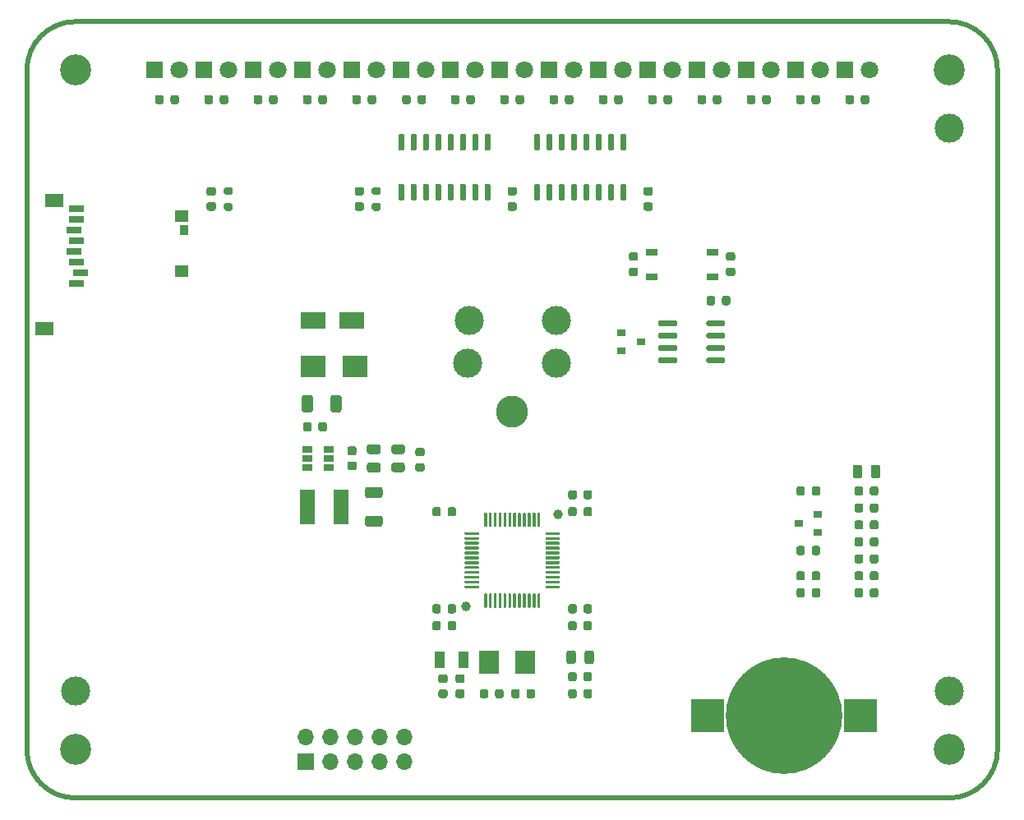
<source format=gbr>
G04 #@! TF.GenerationSoftware,KiCad,Pcbnew,(5.1.8)-1*
G04 #@! TF.CreationDate,2021-02-11T17:25:07-06:00*
G04 #@! TF.ProjectId,CANDash 2,43414e44-6173-4682-9032-2e6b69636164,2A*
G04 #@! TF.SameCoordinates,Original*
G04 #@! TF.FileFunction,Soldermask,Top*
G04 #@! TF.FilePolarity,Negative*
%FSLAX46Y46*%
G04 Gerber Fmt 4.6, Leading zero omitted, Abs format (unit mm)*
G04 Created by KiCad (PCBNEW (5.1.8)-1) date 2021-02-11 17:25:07*
%MOMM*%
%LPD*%
G01*
G04 APERTURE LIST*
G04 #@! TA.AperFunction,Profile*
%ADD10C,0.508000*%
G04 #@! TD*
%ADD11R,1.000000X1.800000*%
%ADD12R,1.900000X1.400000*%
%ADD13R,1.400000X1.300000*%
%ADD14R,0.950000X1.000000*%
%ADD15R,1.500000X0.800000*%
%ADD16C,3.000000*%
%ADD17R,1.500000X3.600000*%
%ADD18C,12.000000*%
%ADD19R,3.500000X3.500000*%
%ADD20R,1.060000X0.650000*%
%ADD21C,3.300000*%
%ADD22R,2.500000X2.300000*%
%ADD23R,2.500000X1.800000*%
%ADD24C,3.200000*%
%ADD25O,1.700000X1.700000*%
%ADD26R,1.700000X1.700000*%
%ADD27R,1.200000X0.800000*%
%ADD28C,1.000000*%
%ADD29R,2.000000X2.400000*%
%ADD30R,0.900000X0.800000*%
%ADD31R,1.800000X1.800000*%
%ADD32C,1.800000*%
G04 APERTURE END LIST*
D10*
X105000000Y-65000000D02*
X195000000Y-65000000D01*
X200000000Y-70000000D02*
X200000000Y-140000000D01*
X200000000Y-70000000D02*
G75*
G03*
X195000000Y-65000000I-5000000J0D01*
G01*
X100000000Y-70000000D02*
X100000000Y-140000000D01*
X105000000Y-65000000D02*
G75*
G03*
X100000000Y-70000000I0J-5000000D01*
G01*
X195000000Y-145000000D02*
X105000000Y-145000000D01*
X195000000Y-145000000D02*
G75*
G03*
X200000000Y-140000000I0J5000000D01*
G01*
X100000000Y-140000000D02*
G75*
G03*
X105000000Y-145000000I5000000J0D01*
G01*
D11*
X142500000Y-130750000D03*
X145000000Y-130750000D03*
D12*
X101800000Y-96600000D03*
X102800000Y-83450000D03*
D13*
X115950000Y-90750000D03*
X115950000Y-85050000D03*
D14*
X116175000Y-86440000D03*
D15*
X105090000Y-84240000D03*
X105090000Y-85340000D03*
X104890000Y-86440000D03*
X105090000Y-87540000D03*
X104890000Y-88640000D03*
X105090000Y-89740000D03*
X105490000Y-90840000D03*
X105090000Y-91940000D03*
G36*
G01*
X135099550Y-115900000D02*
X136400450Y-115900000D01*
G75*
G02*
X136650000Y-116149550I0J-249550D01*
G01*
X136650000Y-116800450D01*
G75*
G02*
X136400450Y-117050000I-249550J0D01*
G01*
X135099550Y-117050000D01*
G75*
G02*
X134850000Y-116800450I0J249550D01*
G01*
X134850000Y-116149550D01*
G75*
G02*
X135099550Y-115900000I249550J0D01*
G01*
G37*
G36*
G01*
X135099999Y-112950000D02*
X136400001Y-112950000D01*
G75*
G02*
X136650000Y-113199999I0J-249999D01*
G01*
X136650000Y-113850001D01*
G75*
G02*
X136400001Y-114100000I-249999J0D01*
G01*
X135099999Y-114100000D01*
G75*
G02*
X134850000Y-113850001I0J249999D01*
G01*
X134850000Y-113199999D01*
G75*
G02*
X135099999Y-112950000I249999J0D01*
G01*
G37*
D16*
X195000000Y-134000000D03*
X105000000Y-134000000D03*
X195000000Y-76000000D03*
G36*
G01*
X136225000Y-109550000D02*
X135275000Y-109550000D01*
G75*
G02*
X135025000Y-109300000I0J250000D01*
G01*
X135025000Y-108800000D01*
G75*
G02*
X135275000Y-108550000I250000J0D01*
G01*
X136225000Y-108550000D01*
G75*
G02*
X136475000Y-108800000I0J-250000D01*
G01*
X136475000Y-109300000D01*
G75*
G02*
X136225000Y-109550000I-250000J0D01*
G01*
G37*
G36*
G01*
X136225000Y-111450000D02*
X135275000Y-111450000D01*
G75*
G02*
X135025000Y-111200000I0J250000D01*
G01*
X135025000Y-110700000D01*
G75*
G02*
X135275000Y-110450000I250000J0D01*
G01*
X136225000Y-110450000D01*
G75*
G02*
X136475000Y-110700000I0J-250000D01*
G01*
X136475000Y-111200000D01*
G75*
G02*
X136225000Y-111450000I-250000J0D01*
G01*
G37*
D17*
X132400000Y-115000000D03*
X128900000Y-115000000D03*
D18*
X178000000Y-136500000D03*
D19*
X170130000Y-136500000D03*
X185870000Y-136500000D03*
G36*
G01*
X161295000Y-76550000D02*
X161595000Y-76550000D01*
G75*
G02*
X161745000Y-76700000I0J-150000D01*
G01*
X161745000Y-78150000D01*
G75*
G02*
X161595000Y-78300000I-150000J0D01*
G01*
X161295000Y-78300000D01*
G75*
G02*
X161145000Y-78150000I0J150000D01*
G01*
X161145000Y-76700000D01*
G75*
G02*
X161295000Y-76550000I150000J0D01*
G01*
G37*
G36*
G01*
X160025000Y-76550000D02*
X160325000Y-76550000D01*
G75*
G02*
X160475000Y-76700000I0J-150000D01*
G01*
X160475000Y-78150000D01*
G75*
G02*
X160325000Y-78300000I-150000J0D01*
G01*
X160025000Y-78300000D01*
G75*
G02*
X159875000Y-78150000I0J150000D01*
G01*
X159875000Y-76700000D01*
G75*
G02*
X160025000Y-76550000I150000J0D01*
G01*
G37*
G36*
G01*
X158755000Y-76550000D02*
X159055000Y-76550000D01*
G75*
G02*
X159205000Y-76700000I0J-150000D01*
G01*
X159205000Y-78150000D01*
G75*
G02*
X159055000Y-78300000I-150000J0D01*
G01*
X158755000Y-78300000D01*
G75*
G02*
X158605000Y-78150000I0J150000D01*
G01*
X158605000Y-76700000D01*
G75*
G02*
X158755000Y-76550000I150000J0D01*
G01*
G37*
G36*
G01*
X157485000Y-76550000D02*
X157785000Y-76550000D01*
G75*
G02*
X157935000Y-76700000I0J-150000D01*
G01*
X157935000Y-78150000D01*
G75*
G02*
X157785000Y-78300000I-150000J0D01*
G01*
X157485000Y-78300000D01*
G75*
G02*
X157335000Y-78150000I0J150000D01*
G01*
X157335000Y-76700000D01*
G75*
G02*
X157485000Y-76550000I150000J0D01*
G01*
G37*
G36*
G01*
X156215000Y-76550000D02*
X156515000Y-76550000D01*
G75*
G02*
X156665000Y-76700000I0J-150000D01*
G01*
X156665000Y-78150000D01*
G75*
G02*
X156515000Y-78300000I-150000J0D01*
G01*
X156215000Y-78300000D01*
G75*
G02*
X156065000Y-78150000I0J150000D01*
G01*
X156065000Y-76700000D01*
G75*
G02*
X156215000Y-76550000I150000J0D01*
G01*
G37*
G36*
G01*
X154945000Y-76550000D02*
X155245000Y-76550000D01*
G75*
G02*
X155395000Y-76700000I0J-150000D01*
G01*
X155395000Y-78150000D01*
G75*
G02*
X155245000Y-78300000I-150000J0D01*
G01*
X154945000Y-78300000D01*
G75*
G02*
X154795000Y-78150000I0J150000D01*
G01*
X154795000Y-76700000D01*
G75*
G02*
X154945000Y-76550000I150000J0D01*
G01*
G37*
G36*
G01*
X153675000Y-76550000D02*
X153975000Y-76550000D01*
G75*
G02*
X154125000Y-76700000I0J-150000D01*
G01*
X154125000Y-78150000D01*
G75*
G02*
X153975000Y-78300000I-150000J0D01*
G01*
X153675000Y-78300000D01*
G75*
G02*
X153525000Y-78150000I0J150000D01*
G01*
X153525000Y-76700000D01*
G75*
G02*
X153675000Y-76550000I150000J0D01*
G01*
G37*
G36*
G01*
X152405000Y-76550000D02*
X152705000Y-76550000D01*
G75*
G02*
X152855000Y-76700000I0J-150000D01*
G01*
X152855000Y-78150000D01*
G75*
G02*
X152705000Y-78300000I-150000J0D01*
G01*
X152405000Y-78300000D01*
G75*
G02*
X152255000Y-78150000I0J150000D01*
G01*
X152255000Y-76700000D01*
G75*
G02*
X152405000Y-76550000I150000J0D01*
G01*
G37*
G36*
G01*
X152405000Y-81700000D02*
X152705000Y-81700000D01*
G75*
G02*
X152855000Y-81850000I0J-150000D01*
G01*
X152855000Y-83300000D01*
G75*
G02*
X152705000Y-83450000I-150000J0D01*
G01*
X152405000Y-83450000D01*
G75*
G02*
X152255000Y-83300000I0J150000D01*
G01*
X152255000Y-81850000D01*
G75*
G02*
X152405000Y-81700000I150000J0D01*
G01*
G37*
G36*
G01*
X153675000Y-81700000D02*
X153975000Y-81700000D01*
G75*
G02*
X154125000Y-81850000I0J-150000D01*
G01*
X154125000Y-83300000D01*
G75*
G02*
X153975000Y-83450000I-150000J0D01*
G01*
X153675000Y-83450000D01*
G75*
G02*
X153525000Y-83300000I0J150000D01*
G01*
X153525000Y-81850000D01*
G75*
G02*
X153675000Y-81700000I150000J0D01*
G01*
G37*
G36*
G01*
X154945000Y-81700000D02*
X155245000Y-81700000D01*
G75*
G02*
X155395000Y-81850000I0J-150000D01*
G01*
X155395000Y-83300000D01*
G75*
G02*
X155245000Y-83450000I-150000J0D01*
G01*
X154945000Y-83450000D01*
G75*
G02*
X154795000Y-83300000I0J150000D01*
G01*
X154795000Y-81850000D01*
G75*
G02*
X154945000Y-81700000I150000J0D01*
G01*
G37*
G36*
G01*
X156215000Y-81700000D02*
X156515000Y-81700000D01*
G75*
G02*
X156665000Y-81850000I0J-150000D01*
G01*
X156665000Y-83300000D01*
G75*
G02*
X156515000Y-83450000I-150000J0D01*
G01*
X156215000Y-83450000D01*
G75*
G02*
X156065000Y-83300000I0J150000D01*
G01*
X156065000Y-81850000D01*
G75*
G02*
X156215000Y-81700000I150000J0D01*
G01*
G37*
G36*
G01*
X157485000Y-81700000D02*
X157785000Y-81700000D01*
G75*
G02*
X157935000Y-81850000I0J-150000D01*
G01*
X157935000Y-83300000D01*
G75*
G02*
X157785000Y-83450000I-150000J0D01*
G01*
X157485000Y-83450000D01*
G75*
G02*
X157335000Y-83300000I0J150000D01*
G01*
X157335000Y-81850000D01*
G75*
G02*
X157485000Y-81700000I150000J0D01*
G01*
G37*
G36*
G01*
X158755000Y-81700000D02*
X159055000Y-81700000D01*
G75*
G02*
X159205000Y-81850000I0J-150000D01*
G01*
X159205000Y-83300000D01*
G75*
G02*
X159055000Y-83450000I-150000J0D01*
G01*
X158755000Y-83450000D01*
G75*
G02*
X158605000Y-83300000I0J150000D01*
G01*
X158605000Y-81850000D01*
G75*
G02*
X158755000Y-81700000I150000J0D01*
G01*
G37*
G36*
G01*
X160025000Y-81700000D02*
X160325000Y-81700000D01*
G75*
G02*
X160475000Y-81850000I0J-150000D01*
G01*
X160475000Y-83300000D01*
G75*
G02*
X160325000Y-83450000I-150000J0D01*
G01*
X160025000Y-83450000D01*
G75*
G02*
X159875000Y-83300000I0J150000D01*
G01*
X159875000Y-81850000D01*
G75*
G02*
X160025000Y-81700000I150000J0D01*
G01*
G37*
G36*
G01*
X161295000Y-81700000D02*
X161595000Y-81700000D01*
G75*
G02*
X161745000Y-81850000I0J-150000D01*
G01*
X161745000Y-83300000D01*
G75*
G02*
X161595000Y-83450000I-150000J0D01*
G01*
X161295000Y-83450000D01*
G75*
G02*
X161145000Y-83300000I0J150000D01*
G01*
X161145000Y-81850000D01*
G75*
G02*
X161295000Y-81700000I150000J0D01*
G01*
G37*
G36*
G01*
X147295000Y-76550000D02*
X147595000Y-76550000D01*
G75*
G02*
X147745000Y-76700000I0J-150000D01*
G01*
X147745000Y-78150000D01*
G75*
G02*
X147595000Y-78300000I-150000J0D01*
G01*
X147295000Y-78300000D01*
G75*
G02*
X147145000Y-78150000I0J150000D01*
G01*
X147145000Y-76700000D01*
G75*
G02*
X147295000Y-76550000I150000J0D01*
G01*
G37*
G36*
G01*
X146025000Y-76550000D02*
X146325000Y-76550000D01*
G75*
G02*
X146475000Y-76700000I0J-150000D01*
G01*
X146475000Y-78150000D01*
G75*
G02*
X146325000Y-78300000I-150000J0D01*
G01*
X146025000Y-78300000D01*
G75*
G02*
X145875000Y-78150000I0J150000D01*
G01*
X145875000Y-76700000D01*
G75*
G02*
X146025000Y-76550000I150000J0D01*
G01*
G37*
G36*
G01*
X144755000Y-76550000D02*
X145055000Y-76550000D01*
G75*
G02*
X145205000Y-76700000I0J-150000D01*
G01*
X145205000Y-78150000D01*
G75*
G02*
X145055000Y-78300000I-150000J0D01*
G01*
X144755000Y-78300000D01*
G75*
G02*
X144605000Y-78150000I0J150000D01*
G01*
X144605000Y-76700000D01*
G75*
G02*
X144755000Y-76550000I150000J0D01*
G01*
G37*
G36*
G01*
X143485000Y-76550000D02*
X143785000Y-76550000D01*
G75*
G02*
X143935000Y-76700000I0J-150000D01*
G01*
X143935000Y-78150000D01*
G75*
G02*
X143785000Y-78300000I-150000J0D01*
G01*
X143485000Y-78300000D01*
G75*
G02*
X143335000Y-78150000I0J150000D01*
G01*
X143335000Y-76700000D01*
G75*
G02*
X143485000Y-76550000I150000J0D01*
G01*
G37*
G36*
G01*
X142215000Y-76550000D02*
X142515000Y-76550000D01*
G75*
G02*
X142665000Y-76700000I0J-150000D01*
G01*
X142665000Y-78150000D01*
G75*
G02*
X142515000Y-78300000I-150000J0D01*
G01*
X142215000Y-78300000D01*
G75*
G02*
X142065000Y-78150000I0J150000D01*
G01*
X142065000Y-76700000D01*
G75*
G02*
X142215000Y-76550000I150000J0D01*
G01*
G37*
G36*
G01*
X140945000Y-76550000D02*
X141245000Y-76550000D01*
G75*
G02*
X141395000Y-76700000I0J-150000D01*
G01*
X141395000Y-78150000D01*
G75*
G02*
X141245000Y-78300000I-150000J0D01*
G01*
X140945000Y-78300000D01*
G75*
G02*
X140795000Y-78150000I0J150000D01*
G01*
X140795000Y-76700000D01*
G75*
G02*
X140945000Y-76550000I150000J0D01*
G01*
G37*
G36*
G01*
X139675000Y-76550000D02*
X139975000Y-76550000D01*
G75*
G02*
X140125000Y-76700000I0J-150000D01*
G01*
X140125000Y-78150000D01*
G75*
G02*
X139975000Y-78300000I-150000J0D01*
G01*
X139675000Y-78300000D01*
G75*
G02*
X139525000Y-78150000I0J150000D01*
G01*
X139525000Y-76700000D01*
G75*
G02*
X139675000Y-76550000I150000J0D01*
G01*
G37*
G36*
G01*
X138405000Y-76550000D02*
X138705000Y-76550000D01*
G75*
G02*
X138855000Y-76700000I0J-150000D01*
G01*
X138855000Y-78150000D01*
G75*
G02*
X138705000Y-78300000I-150000J0D01*
G01*
X138405000Y-78300000D01*
G75*
G02*
X138255000Y-78150000I0J150000D01*
G01*
X138255000Y-76700000D01*
G75*
G02*
X138405000Y-76550000I150000J0D01*
G01*
G37*
G36*
G01*
X138405000Y-81700000D02*
X138705000Y-81700000D01*
G75*
G02*
X138855000Y-81850000I0J-150000D01*
G01*
X138855000Y-83300000D01*
G75*
G02*
X138705000Y-83450000I-150000J0D01*
G01*
X138405000Y-83450000D01*
G75*
G02*
X138255000Y-83300000I0J150000D01*
G01*
X138255000Y-81850000D01*
G75*
G02*
X138405000Y-81700000I150000J0D01*
G01*
G37*
G36*
G01*
X139675000Y-81700000D02*
X139975000Y-81700000D01*
G75*
G02*
X140125000Y-81850000I0J-150000D01*
G01*
X140125000Y-83300000D01*
G75*
G02*
X139975000Y-83450000I-150000J0D01*
G01*
X139675000Y-83450000D01*
G75*
G02*
X139525000Y-83300000I0J150000D01*
G01*
X139525000Y-81850000D01*
G75*
G02*
X139675000Y-81700000I150000J0D01*
G01*
G37*
G36*
G01*
X140945000Y-81700000D02*
X141245000Y-81700000D01*
G75*
G02*
X141395000Y-81850000I0J-150000D01*
G01*
X141395000Y-83300000D01*
G75*
G02*
X141245000Y-83450000I-150000J0D01*
G01*
X140945000Y-83450000D01*
G75*
G02*
X140795000Y-83300000I0J150000D01*
G01*
X140795000Y-81850000D01*
G75*
G02*
X140945000Y-81700000I150000J0D01*
G01*
G37*
G36*
G01*
X142215000Y-81700000D02*
X142515000Y-81700000D01*
G75*
G02*
X142665000Y-81850000I0J-150000D01*
G01*
X142665000Y-83300000D01*
G75*
G02*
X142515000Y-83450000I-150000J0D01*
G01*
X142215000Y-83450000D01*
G75*
G02*
X142065000Y-83300000I0J150000D01*
G01*
X142065000Y-81850000D01*
G75*
G02*
X142215000Y-81700000I150000J0D01*
G01*
G37*
G36*
G01*
X143485000Y-81700000D02*
X143785000Y-81700000D01*
G75*
G02*
X143935000Y-81850000I0J-150000D01*
G01*
X143935000Y-83300000D01*
G75*
G02*
X143785000Y-83450000I-150000J0D01*
G01*
X143485000Y-83450000D01*
G75*
G02*
X143335000Y-83300000I0J150000D01*
G01*
X143335000Y-81850000D01*
G75*
G02*
X143485000Y-81700000I150000J0D01*
G01*
G37*
G36*
G01*
X144755000Y-81700000D02*
X145055000Y-81700000D01*
G75*
G02*
X145205000Y-81850000I0J-150000D01*
G01*
X145205000Y-83300000D01*
G75*
G02*
X145055000Y-83450000I-150000J0D01*
G01*
X144755000Y-83450000D01*
G75*
G02*
X144605000Y-83300000I0J150000D01*
G01*
X144605000Y-81850000D01*
G75*
G02*
X144755000Y-81700000I150000J0D01*
G01*
G37*
G36*
G01*
X146025000Y-81700000D02*
X146325000Y-81700000D01*
G75*
G02*
X146475000Y-81850000I0J-150000D01*
G01*
X146475000Y-83300000D01*
G75*
G02*
X146325000Y-83450000I-150000J0D01*
G01*
X146025000Y-83450000D01*
G75*
G02*
X145875000Y-83300000I0J150000D01*
G01*
X145875000Y-81850000D01*
G75*
G02*
X146025000Y-81700000I150000J0D01*
G01*
G37*
G36*
G01*
X147295000Y-81700000D02*
X147595000Y-81700000D01*
G75*
G02*
X147745000Y-81850000I0J-150000D01*
G01*
X147745000Y-83300000D01*
G75*
G02*
X147595000Y-83450000I-150000J0D01*
G01*
X147295000Y-83450000D01*
G75*
G02*
X147145000Y-83300000I0J150000D01*
G01*
X147145000Y-81850000D01*
G75*
G02*
X147295000Y-81700000I150000J0D01*
G01*
G37*
G36*
G01*
X120475000Y-83687500D02*
X121025000Y-83687500D01*
G75*
G02*
X121225000Y-83887500I0J-200000D01*
G01*
X121225000Y-84287500D01*
G75*
G02*
X121025000Y-84487500I-200000J0D01*
G01*
X120475000Y-84487500D01*
G75*
G02*
X120275000Y-84287500I0J200000D01*
G01*
X120275000Y-83887500D01*
G75*
G02*
X120475000Y-83687500I200000J0D01*
G01*
G37*
G36*
G01*
X120475000Y-82037500D02*
X121025000Y-82037500D01*
G75*
G02*
X121225000Y-82237500I0J-200000D01*
G01*
X121225000Y-82637500D01*
G75*
G02*
X121025000Y-82837500I-200000J0D01*
G01*
X120475000Y-82837500D01*
G75*
G02*
X120275000Y-82637500I0J200000D01*
G01*
X120275000Y-82237500D01*
G75*
G02*
X120475000Y-82037500I200000J0D01*
G01*
G37*
G36*
G01*
X136275000Y-82837500D02*
X135725000Y-82837500D01*
G75*
G02*
X135525000Y-82637500I0J200000D01*
G01*
X135525000Y-82237500D01*
G75*
G02*
X135725000Y-82037500I200000J0D01*
G01*
X136275000Y-82037500D01*
G75*
G02*
X136475000Y-82237500I0J-200000D01*
G01*
X136475000Y-82637500D01*
G75*
G02*
X136275000Y-82837500I-200000J0D01*
G01*
G37*
G36*
G01*
X136275000Y-84487500D02*
X135725000Y-84487500D01*
G75*
G02*
X135525000Y-84287500I0J200000D01*
G01*
X135525000Y-83887500D01*
G75*
G02*
X135725000Y-83687500I200000J0D01*
G01*
X136275000Y-83687500D01*
G75*
G02*
X136475000Y-83887500I0J-200000D01*
G01*
X136475000Y-84287500D01*
G75*
G02*
X136275000Y-84487500I-200000J0D01*
G01*
G37*
G36*
G01*
X118750000Y-83587500D02*
X119250000Y-83587500D01*
G75*
G02*
X119475000Y-83812500I0J-225000D01*
G01*
X119475000Y-84262500D01*
G75*
G02*
X119250000Y-84487500I-225000J0D01*
G01*
X118750000Y-84487500D01*
G75*
G02*
X118525000Y-84262500I0J225000D01*
G01*
X118525000Y-83812500D01*
G75*
G02*
X118750000Y-83587500I225000J0D01*
G01*
G37*
G36*
G01*
X118750000Y-82037500D02*
X119250000Y-82037500D01*
G75*
G02*
X119475000Y-82262500I0J-225000D01*
G01*
X119475000Y-82712500D01*
G75*
G02*
X119250000Y-82937500I-225000J0D01*
G01*
X118750000Y-82937500D01*
G75*
G02*
X118525000Y-82712500I0J225000D01*
G01*
X118525000Y-82262500D01*
G75*
G02*
X118750000Y-82037500I225000J0D01*
G01*
G37*
G36*
G01*
X144375000Y-133800000D02*
X144875000Y-133800000D01*
G75*
G02*
X145100000Y-134025000I0J-225000D01*
G01*
X145100000Y-134475000D01*
G75*
G02*
X144875000Y-134700000I-225000J0D01*
G01*
X144375000Y-134700000D01*
G75*
G02*
X144150000Y-134475000I0J225000D01*
G01*
X144150000Y-134025000D01*
G75*
G02*
X144375000Y-133800000I225000J0D01*
G01*
G37*
G36*
G01*
X144375000Y-132250000D02*
X144875000Y-132250000D01*
G75*
G02*
X145100000Y-132475000I0J-225000D01*
G01*
X145100000Y-132925000D01*
G75*
G02*
X144875000Y-133150000I-225000J0D01*
G01*
X144375000Y-133150000D01*
G75*
G02*
X144150000Y-132925000I0J225000D01*
G01*
X144150000Y-132475000D01*
G75*
G02*
X144375000Y-132250000I225000J0D01*
G01*
G37*
G36*
G01*
X142625000Y-133800000D02*
X143125000Y-133800000D01*
G75*
G02*
X143350000Y-134025000I0J-225000D01*
G01*
X143350000Y-134475000D01*
G75*
G02*
X143125000Y-134700000I-225000J0D01*
G01*
X142625000Y-134700000D01*
G75*
G02*
X142400000Y-134475000I0J225000D01*
G01*
X142400000Y-134025000D01*
G75*
G02*
X142625000Y-133800000I225000J0D01*
G01*
G37*
G36*
G01*
X142625000Y-132250000D02*
X143125000Y-132250000D01*
G75*
G02*
X143350000Y-132475000I0J-225000D01*
G01*
X143350000Y-132925000D01*
G75*
G02*
X143125000Y-133150000I-225000J0D01*
G01*
X142625000Y-133150000D01*
G75*
G02*
X142400000Y-132925000I0J225000D01*
G01*
X142400000Y-132475000D01*
G75*
G02*
X142625000Y-132250000I225000J0D01*
G01*
G37*
G36*
G01*
X131275000Y-105025450D02*
X131275000Y-103724550D01*
G75*
G02*
X131524550Y-103475000I249550J0D01*
G01*
X132175450Y-103475000D01*
G75*
G02*
X132425000Y-103724550I0J-249550D01*
G01*
X132425000Y-105025450D01*
G75*
G02*
X132175450Y-105275000I-249550J0D01*
G01*
X131524550Y-105275000D01*
G75*
G02*
X131275000Y-105025450I0J249550D01*
G01*
G37*
G36*
G01*
X128325000Y-105025001D02*
X128325000Y-103724999D01*
G75*
G02*
X128574999Y-103475000I249999J0D01*
G01*
X129225001Y-103475000D01*
G75*
G02*
X129475000Y-103724999I0J-249999D01*
G01*
X129475000Y-105025001D01*
G75*
G02*
X129225001Y-105275000I-249999J0D01*
G01*
X128574999Y-105275000D01*
G75*
G02*
X128325000Y-105025001I0J249999D01*
G01*
G37*
D20*
X128900000Y-110000000D03*
X128900000Y-110950000D03*
X128900000Y-109050000D03*
X131100000Y-109050000D03*
X131100000Y-110000000D03*
X131100000Y-110950000D03*
D21*
X150000000Y-105180000D03*
D16*
X145550000Y-95790000D03*
X145450000Y-100210000D03*
X154550000Y-100210000D03*
X154550000Y-95790000D03*
G36*
G01*
X133750000Y-109675000D02*
X133250000Y-109675000D01*
G75*
G02*
X133025000Y-109450000I0J225000D01*
G01*
X133025000Y-109000000D01*
G75*
G02*
X133250000Y-108775000I225000J0D01*
G01*
X133750000Y-108775000D01*
G75*
G02*
X133975000Y-109000000I0J-225000D01*
G01*
X133975000Y-109450000D01*
G75*
G02*
X133750000Y-109675000I-225000J0D01*
G01*
G37*
G36*
G01*
X133750000Y-111225000D02*
X133250000Y-111225000D01*
G75*
G02*
X133025000Y-111000000I0J225000D01*
G01*
X133025000Y-110550000D01*
G75*
G02*
X133250000Y-110325000I225000J0D01*
G01*
X133750000Y-110325000D01*
G75*
G02*
X133975000Y-110550000I0J-225000D01*
G01*
X133975000Y-111000000D01*
G75*
G02*
X133750000Y-111225000I-225000J0D01*
G01*
G37*
D22*
X133800000Y-100500000D03*
X129500000Y-100500000D03*
D23*
X129500000Y-95790000D03*
X133500000Y-95790000D03*
D24*
X195000000Y-140000000D03*
X105000000Y-140000000D03*
X195000000Y-70000000D03*
X105000000Y-70000000D03*
D25*
X138860000Y-138730000D03*
X138860000Y-141270000D03*
X136320000Y-138730000D03*
X136320000Y-141270000D03*
X133780000Y-138730000D03*
X133780000Y-141270000D03*
X131240000Y-138730000D03*
X131240000Y-141270000D03*
X128700000Y-138730000D03*
D26*
X128700000Y-141270000D03*
G36*
G01*
X181735000Y-123603750D02*
X181735000Y-124116250D01*
G75*
G02*
X181516250Y-124335000I-218750J0D01*
G01*
X181078750Y-124335000D01*
G75*
G02*
X180860000Y-124116250I0J218750D01*
G01*
X180860000Y-123603750D01*
G75*
G02*
X181078750Y-123385000I218750J0D01*
G01*
X181516250Y-123385000D01*
G75*
G02*
X181735000Y-123603750I0J-218750D01*
G01*
G37*
G36*
G01*
X180160000Y-123603750D02*
X180160000Y-124116250D01*
G75*
G02*
X179941250Y-124335000I-218750J0D01*
G01*
X179503750Y-124335000D01*
G75*
G02*
X179285000Y-124116250I0J218750D01*
G01*
X179285000Y-123603750D01*
G75*
G02*
X179503750Y-123385000I218750J0D01*
G01*
X179941250Y-123385000D01*
G75*
G02*
X180160000Y-123603750I0J-218750D01*
G01*
G37*
G36*
G01*
X180160000Y-121853750D02*
X180160000Y-122366250D01*
G75*
G02*
X179941250Y-122585000I-218750J0D01*
G01*
X179503750Y-122585000D01*
G75*
G02*
X179285000Y-122366250I0J218750D01*
G01*
X179285000Y-121853750D01*
G75*
G02*
X179503750Y-121635000I218750J0D01*
G01*
X179941250Y-121635000D01*
G75*
G02*
X180160000Y-121853750I0J-218750D01*
G01*
G37*
G36*
G01*
X181735000Y-121853750D02*
X181735000Y-122366250D01*
G75*
G02*
X181516250Y-122585000I-218750J0D01*
G01*
X181078750Y-122585000D01*
G75*
G02*
X180860000Y-122366250I0J218750D01*
G01*
X180860000Y-121853750D01*
G75*
G02*
X181078750Y-121635000I218750J0D01*
G01*
X181516250Y-121635000D01*
G75*
G02*
X181735000Y-121853750I0J-218750D01*
G01*
G37*
G36*
G01*
X186850000Y-124116250D02*
X186850000Y-123603750D01*
G75*
G02*
X187068750Y-123385000I218750J0D01*
G01*
X187506250Y-123385000D01*
G75*
G02*
X187725000Y-123603750I0J-218750D01*
G01*
X187725000Y-124116250D01*
G75*
G02*
X187506250Y-124335000I-218750J0D01*
G01*
X187068750Y-124335000D01*
G75*
G02*
X186850000Y-124116250I0J218750D01*
G01*
G37*
G36*
G01*
X185275000Y-124116250D02*
X185275000Y-123603750D01*
G75*
G02*
X185493750Y-123385000I218750J0D01*
G01*
X185931250Y-123385000D01*
G75*
G02*
X186150000Y-123603750I0J-218750D01*
G01*
X186150000Y-124116250D01*
G75*
G02*
X185931250Y-124335000I-218750J0D01*
G01*
X185493750Y-124335000D01*
G75*
G02*
X185275000Y-124116250I0J218750D01*
G01*
G37*
G36*
G01*
X186850000Y-122366250D02*
X186850000Y-121853750D01*
G75*
G02*
X187068750Y-121635000I218750J0D01*
G01*
X187506250Y-121635000D01*
G75*
G02*
X187725000Y-121853750I0J-218750D01*
G01*
X187725000Y-122366250D01*
G75*
G02*
X187506250Y-122585000I-218750J0D01*
G01*
X187068750Y-122585000D01*
G75*
G02*
X186850000Y-122366250I0J218750D01*
G01*
G37*
G36*
G01*
X185275000Y-122366250D02*
X185275000Y-121853750D01*
G75*
G02*
X185493750Y-121635000I218750J0D01*
G01*
X185931250Y-121635000D01*
G75*
G02*
X186150000Y-121853750I0J-218750D01*
G01*
X186150000Y-122366250D01*
G75*
G02*
X185931250Y-122585000I-218750J0D01*
G01*
X185493750Y-122585000D01*
G75*
G02*
X185275000Y-122366250I0J218750D01*
G01*
G37*
G36*
G01*
X186850000Y-120616250D02*
X186850000Y-120103750D01*
G75*
G02*
X187068750Y-119885000I218750J0D01*
G01*
X187506250Y-119885000D01*
G75*
G02*
X187725000Y-120103750I0J-218750D01*
G01*
X187725000Y-120616250D01*
G75*
G02*
X187506250Y-120835000I-218750J0D01*
G01*
X187068750Y-120835000D01*
G75*
G02*
X186850000Y-120616250I0J218750D01*
G01*
G37*
G36*
G01*
X185275000Y-120616250D02*
X185275000Y-120103750D01*
G75*
G02*
X185493750Y-119885000I218750J0D01*
G01*
X185931250Y-119885000D01*
G75*
G02*
X186150000Y-120103750I0J-218750D01*
G01*
X186150000Y-120616250D01*
G75*
G02*
X185931250Y-120835000I-218750J0D01*
G01*
X185493750Y-120835000D01*
G75*
G02*
X185275000Y-120616250I0J218750D01*
G01*
G37*
G36*
G01*
X186850000Y-118866250D02*
X186850000Y-118353750D01*
G75*
G02*
X187068750Y-118135000I218750J0D01*
G01*
X187506250Y-118135000D01*
G75*
G02*
X187725000Y-118353750I0J-218750D01*
G01*
X187725000Y-118866250D01*
G75*
G02*
X187506250Y-119085000I-218750J0D01*
G01*
X187068750Y-119085000D01*
G75*
G02*
X186850000Y-118866250I0J218750D01*
G01*
G37*
G36*
G01*
X185275000Y-118866250D02*
X185275000Y-118353750D01*
G75*
G02*
X185493750Y-118135000I218750J0D01*
G01*
X185931250Y-118135000D01*
G75*
G02*
X186150000Y-118353750I0J-218750D01*
G01*
X186150000Y-118866250D01*
G75*
G02*
X185931250Y-119085000I-218750J0D01*
G01*
X185493750Y-119085000D01*
G75*
G02*
X185275000Y-118866250I0J218750D01*
G01*
G37*
G36*
G01*
X186850000Y-117116250D02*
X186850000Y-116603750D01*
G75*
G02*
X187068750Y-116385000I218750J0D01*
G01*
X187506250Y-116385000D01*
G75*
G02*
X187725000Y-116603750I0J-218750D01*
G01*
X187725000Y-117116250D01*
G75*
G02*
X187506250Y-117335000I-218750J0D01*
G01*
X187068750Y-117335000D01*
G75*
G02*
X186850000Y-117116250I0J218750D01*
G01*
G37*
G36*
G01*
X185275000Y-117116250D02*
X185275000Y-116603750D01*
G75*
G02*
X185493750Y-116385000I218750J0D01*
G01*
X185931250Y-116385000D01*
G75*
G02*
X186150000Y-116603750I0J-218750D01*
G01*
X186150000Y-117116250D01*
G75*
G02*
X185931250Y-117335000I-218750J0D01*
G01*
X185493750Y-117335000D01*
G75*
G02*
X185275000Y-117116250I0J218750D01*
G01*
G37*
G36*
G01*
X186850000Y-115366250D02*
X186850000Y-114853750D01*
G75*
G02*
X187068750Y-114635000I218750J0D01*
G01*
X187506250Y-114635000D01*
G75*
G02*
X187725000Y-114853750I0J-218750D01*
G01*
X187725000Y-115366250D01*
G75*
G02*
X187506250Y-115585000I-218750J0D01*
G01*
X187068750Y-115585000D01*
G75*
G02*
X186850000Y-115366250I0J218750D01*
G01*
G37*
G36*
G01*
X185275000Y-115366250D02*
X185275000Y-114853750D01*
G75*
G02*
X185493750Y-114635000I218750J0D01*
G01*
X185931250Y-114635000D01*
G75*
G02*
X186150000Y-114853750I0J-218750D01*
G01*
X186150000Y-115366250D01*
G75*
G02*
X185931250Y-115585000I-218750J0D01*
G01*
X185493750Y-115585000D01*
G75*
G02*
X185275000Y-115366250I0J218750D01*
G01*
G37*
D27*
X170650000Y-91270000D03*
X164350000Y-88730000D03*
X170650000Y-88730000D03*
X164350000Y-91270000D03*
G36*
G01*
X162243750Y-90350000D02*
X162756250Y-90350000D01*
G75*
G02*
X162975000Y-90568750I0J-218750D01*
G01*
X162975000Y-91006250D01*
G75*
G02*
X162756250Y-91225000I-218750J0D01*
G01*
X162243750Y-91225000D01*
G75*
G02*
X162025000Y-91006250I0J218750D01*
G01*
X162025000Y-90568750D01*
G75*
G02*
X162243750Y-90350000I218750J0D01*
G01*
G37*
G36*
G01*
X162243750Y-88775000D02*
X162756250Y-88775000D01*
G75*
G02*
X162975000Y-88993750I0J-218750D01*
G01*
X162975000Y-89431250D01*
G75*
G02*
X162756250Y-89650000I-218750J0D01*
G01*
X162243750Y-89650000D01*
G75*
G02*
X162025000Y-89431250I0J218750D01*
G01*
X162025000Y-88993750D01*
G75*
G02*
X162243750Y-88775000I218750J0D01*
G01*
G37*
G36*
G01*
X172243750Y-90350000D02*
X172756250Y-90350000D01*
G75*
G02*
X172975000Y-90568750I0J-218750D01*
G01*
X172975000Y-91006250D01*
G75*
G02*
X172756250Y-91225000I-218750J0D01*
G01*
X172243750Y-91225000D01*
G75*
G02*
X172025000Y-91006250I0J218750D01*
G01*
X172025000Y-90568750D01*
G75*
G02*
X172243750Y-90350000I218750J0D01*
G01*
G37*
G36*
G01*
X172243750Y-88775000D02*
X172756250Y-88775000D01*
G75*
G02*
X172975000Y-88993750I0J-218750D01*
G01*
X172975000Y-89431250D01*
G75*
G02*
X172756250Y-89650000I-218750J0D01*
G01*
X172243750Y-89650000D01*
G75*
G02*
X172025000Y-89431250I0J218750D01*
G01*
X172025000Y-88993750D01*
G75*
G02*
X172243750Y-88775000I218750J0D01*
G01*
G37*
G36*
G01*
X156650000Y-132243750D02*
X156650000Y-132756250D01*
G75*
G02*
X156431250Y-132975000I-218750J0D01*
G01*
X155993750Y-132975000D01*
G75*
G02*
X155775000Y-132756250I0J218750D01*
G01*
X155775000Y-132243750D01*
G75*
G02*
X155993750Y-132025000I218750J0D01*
G01*
X156431250Y-132025000D01*
G75*
G02*
X156650000Y-132243750I0J-218750D01*
G01*
G37*
G36*
G01*
X158225000Y-132243750D02*
X158225000Y-132756250D01*
G75*
G02*
X158006250Y-132975000I-218750J0D01*
G01*
X157568750Y-132975000D01*
G75*
G02*
X157350000Y-132756250I0J218750D01*
G01*
X157350000Y-132243750D01*
G75*
G02*
X157568750Y-132025000I218750J0D01*
G01*
X158006250Y-132025000D01*
G75*
G02*
X158225000Y-132243750I0J-218750D01*
G01*
G37*
D28*
X154750000Y-115750000D03*
X145250000Y-125250000D03*
G36*
G01*
X146500000Y-123400000D02*
X145175000Y-123400000D01*
G75*
G02*
X145100000Y-123325000I0J75000D01*
G01*
X145100000Y-123175000D01*
G75*
G02*
X145175000Y-123100000I75000J0D01*
G01*
X146500000Y-123100000D01*
G75*
G02*
X146575000Y-123175000I0J-75000D01*
G01*
X146575000Y-123325000D01*
G75*
G02*
X146500000Y-123400000I-75000J0D01*
G01*
G37*
G36*
G01*
X146500000Y-122900000D02*
X145175000Y-122900000D01*
G75*
G02*
X145100000Y-122825000I0J75000D01*
G01*
X145100000Y-122675000D01*
G75*
G02*
X145175000Y-122600000I75000J0D01*
G01*
X146500000Y-122600000D01*
G75*
G02*
X146575000Y-122675000I0J-75000D01*
G01*
X146575000Y-122825000D01*
G75*
G02*
X146500000Y-122900000I-75000J0D01*
G01*
G37*
G36*
G01*
X146500000Y-122400000D02*
X145175000Y-122400000D01*
G75*
G02*
X145100000Y-122325000I0J75000D01*
G01*
X145100000Y-122175000D01*
G75*
G02*
X145175000Y-122100000I75000J0D01*
G01*
X146500000Y-122100000D01*
G75*
G02*
X146575000Y-122175000I0J-75000D01*
G01*
X146575000Y-122325000D01*
G75*
G02*
X146500000Y-122400000I-75000J0D01*
G01*
G37*
G36*
G01*
X146500000Y-121900000D02*
X145175000Y-121900000D01*
G75*
G02*
X145100000Y-121825000I0J75000D01*
G01*
X145100000Y-121675000D01*
G75*
G02*
X145175000Y-121600000I75000J0D01*
G01*
X146500000Y-121600000D01*
G75*
G02*
X146575000Y-121675000I0J-75000D01*
G01*
X146575000Y-121825000D01*
G75*
G02*
X146500000Y-121900000I-75000J0D01*
G01*
G37*
G36*
G01*
X146500000Y-121400000D02*
X145175000Y-121400000D01*
G75*
G02*
X145100000Y-121325000I0J75000D01*
G01*
X145100000Y-121175000D01*
G75*
G02*
X145175000Y-121100000I75000J0D01*
G01*
X146500000Y-121100000D01*
G75*
G02*
X146575000Y-121175000I0J-75000D01*
G01*
X146575000Y-121325000D01*
G75*
G02*
X146500000Y-121400000I-75000J0D01*
G01*
G37*
G36*
G01*
X146500000Y-120900000D02*
X145175000Y-120900000D01*
G75*
G02*
X145100000Y-120825000I0J75000D01*
G01*
X145100000Y-120675000D01*
G75*
G02*
X145175000Y-120600000I75000J0D01*
G01*
X146500000Y-120600000D01*
G75*
G02*
X146575000Y-120675000I0J-75000D01*
G01*
X146575000Y-120825000D01*
G75*
G02*
X146500000Y-120900000I-75000J0D01*
G01*
G37*
G36*
G01*
X146500000Y-120400000D02*
X145175000Y-120400000D01*
G75*
G02*
X145100000Y-120325000I0J75000D01*
G01*
X145100000Y-120175000D01*
G75*
G02*
X145175000Y-120100000I75000J0D01*
G01*
X146500000Y-120100000D01*
G75*
G02*
X146575000Y-120175000I0J-75000D01*
G01*
X146575000Y-120325000D01*
G75*
G02*
X146500000Y-120400000I-75000J0D01*
G01*
G37*
G36*
G01*
X146500000Y-119900000D02*
X145175000Y-119900000D01*
G75*
G02*
X145100000Y-119825000I0J75000D01*
G01*
X145100000Y-119675000D01*
G75*
G02*
X145175000Y-119600000I75000J0D01*
G01*
X146500000Y-119600000D01*
G75*
G02*
X146575000Y-119675000I0J-75000D01*
G01*
X146575000Y-119825000D01*
G75*
G02*
X146500000Y-119900000I-75000J0D01*
G01*
G37*
G36*
G01*
X146500000Y-119400000D02*
X145175000Y-119400000D01*
G75*
G02*
X145100000Y-119325000I0J75000D01*
G01*
X145100000Y-119175000D01*
G75*
G02*
X145175000Y-119100000I75000J0D01*
G01*
X146500000Y-119100000D01*
G75*
G02*
X146575000Y-119175000I0J-75000D01*
G01*
X146575000Y-119325000D01*
G75*
G02*
X146500000Y-119400000I-75000J0D01*
G01*
G37*
G36*
G01*
X146500000Y-118900000D02*
X145175000Y-118900000D01*
G75*
G02*
X145100000Y-118825000I0J75000D01*
G01*
X145100000Y-118675000D01*
G75*
G02*
X145175000Y-118600000I75000J0D01*
G01*
X146500000Y-118600000D01*
G75*
G02*
X146575000Y-118675000I0J-75000D01*
G01*
X146575000Y-118825000D01*
G75*
G02*
X146500000Y-118900000I-75000J0D01*
G01*
G37*
G36*
G01*
X146500000Y-118400000D02*
X145175000Y-118400000D01*
G75*
G02*
X145100000Y-118325000I0J75000D01*
G01*
X145100000Y-118175000D01*
G75*
G02*
X145175000Y-118100000I75000J0D01*
G01*
X146500000Y-118100000D01*
G75*
G02*
X146575000Y-118175000I0J-75000D01*
G01*
X146575000Y-118325000D01*
G75*
G02*
X146500000Y-118400000I-75000J0D01*
G01*
G37*
G36*
G01*
X146500000Y-117900000D02*
X145175000Y-117900000D01*
G75*
G02*
X145100000Y-117825000I0J75000D01*
G01*
X145100000Y-117675000D01*
G75*
G02*
X145175000Y-117600000I75000J0D01*
G01*
X146500000Y-117600000D01*
G75*
G02*
X146575000Y-117675000I0J-75000D01*
G01*
X146575000Y-117825000D01*
G75*
G02*
X146500000Y-117900000I-75000J0D01*
G01*
G37*
G36*
G01*
X147325000Y-117075000D02*
X147175000Y-117075000D01*
G75*
G02*
X147100000Y-117000000I0J75000D01*
G01*
X147100000Y-115675000D01*
G75*
G02*
X147175000Y-115600000I75000J0D01*
G01*
X147325000Y-115600000D01*
G75*
G02*
X147400000Y-115675000I0J-75000D01*
G01*
X147400000Y-117000000D01*
G75*
G02*
X147325000Y-117075000I-75000J0D01*
G01*
G37*
G36*
G01*
X147825000Y-117075000D02*
X147675000Y-117075000D01*
G75*
G02*
X147600000Y-117000000I0J75000D01*
G01*
X147600000Y-115675000D01*
G75*
G02*
X147675000Y-115600000I75000J0D01*
G01*
X147825000Y-115600000D01*
G75*
G02*
X147900000Y-115675000I0J-75000D01*
G01*
X147900000Y-117000000D01*
G75*
G02*
X147825000Y-117075000I-75000J0D01*
G01*
G37*
G36*
G01*
X148325000Y-117075000D02*
X148175000Y-117075000D01*
G75*
G02*
X148100000Y-117000000I0J75000D01*
G01*
X148100000Y-115675000D01*
G75*
G02*
X148175000Y-115600000I75000J0D01*
G01*
X148325000Y-115600000D01*
G75*
G02*
X148400000Y-115675000I0J-75000D01*
G01*
X148400000Y-117000000D01*
G75*
G02*
X148325000Y-117075000I-75000J0D01*
G01*
G37*
G36*
G01*
X148825000Y-117075000D02*
X148675000Y-117075000D01*
G75*
G02*
X148600000Y-117000000I0J75000D01*
G01*
X148600000Y-115675000D01*
G75*
G02*
X148675000Y-115600000I75000J0D01*
G01*
X148825000Y-115600000D01*
G75*
G02*
X148900000Y-115675000I0J-75000D01*
G01*
X148900000Y-117000000D01*
G75*
G02*
X148825000Y-117075000I-75000J0D01*
G01*
G37*
G36*
G01*
X149325000Y-117075000D02*
X149175000Y-117075000D01*
G75*
G02*
X149100000Y-117000000I0J75000D01*
G01*
X149100000Y-115675000D01*
G75*
G02*
X149175000Y-115600000I75000J0D01*
G01*
X149325000Y-115600000D01*
G75*
G02*
X149400000Y-115675000I0J-75000D01*
G01*
X149400000Y-117000000D01*
G75*
G02*
X149325000Y-117075000I-75000J0D01*
G01*
G37*
G36*
G01*
X149825000Y-117075000D02*
X149675000Y-117075000D01*
G75*
G02*
X149600000Y-117000000I0J75000D01*
G01*
X149600000Y-115675000D01*
G75*
G02*
X149675000Y-115600000I75000J0D01*
G01*
X149825000Y-115600000D01*
G75*
G02*
X149900000Y-115675000I0J-75000D01*
G01*
X149900000Y-117000000D01*
G75*
G02*
X149825000Y-117075000I-75000J0D01*
G01*
G37*
G36*
G01*
X150325000Y-117075000D02*
X150175000Y-117075000D01*
G75*
G02*
X150100000Y-117000000I0J75000D01*
G01*
X150100000Y-115675000D01*
G75*
G02*
X150175000Y-115600000I75000J0D01*
G01*
X150325000Y-115600000D01*
G75*
G02*
X150400000Y-115675000I0J-75000D01*
G01*
X150400000Y-117000000D01*
G75*
G02*
X150325000Y-117075000I-75000J0D01*
G01*
G37*
G36*
G01*
X150825000Y-117075000D02*
X150675000Y-117075000D01*
G75*
G02*
X150600000Y-117000000I0J75000D01*
G01*
X150600000Y-115675000D01*
G75*
G02*
X150675000Y-115600000I75000J0D01*
G01*
X150825000Y-115600000D01*
G75*
G02*
X150900000Y-115675000I0J-75000D01*
G01*
X150900000Y-117000000D01*
G75*
G02*
X150825000Y-117075000I-75000J0D01*
G01*
G37*
G36*
G01*
X151325000Y-117075000D02*
X151175000Y-117075000D01*
G75*
G02*
X151100000Y-117000000I0J75000D01*
G01*
X151100000Y-115675000D01*
G75*
G02*
X151175000Y-115600000I75000J0D01*
G01*
X151325000Y-115600000D01*
G75*
G02*
X151400000Y-115675000I0J-75000D01*
G01*
X151400000Y-117000000D01*
G75*
G02*
X151325000Y-117075000I-75000J0D01*
G01*
G37*
G36*
G01*
X151825000Y-117075000D02*
X151675000Y-117075000D01*
G75*
G02*
X151600000Y-117000000I0J75000D01*
G01*
X151600000Y-115675000D01*
G75*
G02*
X151675000Y-115600000I75000J0D01*
G01*
X151825000Y-115600000D01*
G75*
G02*
X151900000Y-115675000I0J-75000D01*
G01*
X151900000Y-117000000D01*
G75*
G02*
X151825000Y-117075000I-75000J0D01*
G01*
G37*
G36*
G01*
X152325000Y-117075000D02*
X152175000Y-117075000D01*
G75*
G02*
X152100000Y-117000000I0J75000D01*
G01*
X152100000Y-115675000D01*
G75*
G02*
X152175000Y-115600000I75000J0D01*
G01*
X152325000Y-115600000D01*
G75*
G02*
X152400000Y-115675000I0J-75000D01*
G01*
X152400000Y-117000000D01*
G75*
G02*
X152325000Y-117075000I-75000J0D01*
G01*
G37*
G36*
G01*
X152825000Y-117075000D02*
X152675000Y-117075000D01*
G75*
G02*
X152600000Y-117000000I0J75000D01*
G01*
X152600000Y-115675000D01*
G75*
G02*
X152675000Y-115600000I75000J0D01*
G01*
X152825000Y-115600000D01*
G75*
G02*
X152900000Y-115675000I0J-75000D01*
G01*
X152900000Y-117000000D01*
G75*
G02*
X152825000Y-117075000I-75000J0D01*
G01*
G37*
G36*
G01*
X154825000Y-117900000D02*
X153500000Y-117900000D01*
G75*
G02*
X153425000Y-117825000I0J75000D01*
G01*
X153425000Y-117675000D01*
G75*
G02*
X153500000Y-117600000I75000J0D01*
G01*
X154825000Y-117600000D01*
G75*
G02*
X154900000Y-117675000I0J-75000D01*
G01*
X154900000Y-117825000D01*
G75*
G02*
X154825000Y-117900000I-75000J0D01*
G01*
G37*
G36*
G01*
X154825000Y-118400000D02*
X153500000Y-118400000D01*
G75*
G02*
X153425000Y-118325000I0J75000D01*
G01*
X153425000Y-118175000D01*
G75*
G02*
X153500000Y-118100000I75000J0D01*
G01*
X154825000Y-118100000D01*
G75*
G02*
X154900000Y-118175000I0J-75000D01*
G01*
X154900000Y-118325000D01*
G75*
G02*
X154825000Y-118400000I-75000J0D01*
G01*
G37*
G36*
G01*
X154825000Y-118900000D02*
X153500000Y-118900000D01*
G75*
G02*
X153425000Y-118825000I0J75000D01*
G01*
X153425000Y-118675000D01*
G75*
G02*
X153500000Y-118600000I75000J0D01*
G01*
X154825000Y-118600000D01*
G75*
G02*
X154900000Y-118675000I0J-75000D01*
G01*
X154900000Y-118825000D01*
G75*
G02*
X154825000Y-118900000I-75000J0D01*
G01*
G37*
G36*
G01*
X154825000Y-119400000D02*
X153500000Y-119400000D01*
G75*
G02*
X153425000Y-119325000I0J75000D01*
G01*
X153425000Y-119175000D01*
G75*
G02*
X153500000Y-119100000I75000J0D01*
G01*
X154825000Y-119100000D01*
G75*
G02*
X154900000Y-119175000I0J-75000D01*
G01*
X154900000Y-119325000D01*
G75*
G02*
X154825000Y-119400000I-75000J0D01*
G01*
G37*
G36*
G01*
X154825000Y-119900000D02*
X153500000Y-119900000D01*
G75*
G02*
X153425000Y-119825000I0J75000D01*
G01*
X153425000Y-119675000D01*
G75*
G02*
X153500000Y-119600000I75000J0D01*
G01*
X154825000Y-119600000D01*
G75*
G02*
X154900000Y-119675000I0J-75000D01*
G01*
X154900000Y-119825000D01*
G75*
G02*
X154825000Y-119900000I-75000J0D01*
G01*
G37*
G36*
G01*
X154825000Y-120400000D02*
X153500000Y-120400000D01*
G75*
G02*
X153425000Y-120325000I0J75000D01*
G01*
X153425000Y-120175000D01*
G75*
G02*
X153500000Y-120100000I75000J0D01*
G01*
X154825000Y-120100000D01*
G75*
G02*
X154900000Y-120175000I0J-75000D01*
G01*
X154900000Y-120325000D01*
G75*
G02*
X154825000Y-120400000I-75000J0D01*
G01*
G37*
G36*
G01*
X154825000Y-120900000D02*
X153500000Y-120900000D01*
G75*
G02*
X153425000Y-120825000I0J75000D01*
G01*
X153425000Y-120675000D01*
G75*
G02*
X153500000Y-120600000I75000J0D01*
G01*
X154825000Y-120600000D01*
G75*
G02*
X154900000Y-120675000I0J-75000D01*
G01*
X154900000Y-120825000D01*
G75*
G02*
X154825000Y-120900000I-75000J0D01*
G01*
G37*
G36*
G01*
X154825000Y-121400000D02*
X153500000Y-121400000D01*
G75*
G02*
X153425000Y-121325000I0J75000D01*
G01*
X153425000Y-121175000D01*
G75*
G02*
X153500000Y-121100000I75000J0D01*
G01*
X154825000Y-121100000D01*
G75*
G02*
X154900000Y-121175000I0J-75000D01*
G01*
X154900000Y-121325000D01*
G75*
G02*
X154825000Y-121400000I-75000J0D01*
G01*
G37*
G36*
G01*
X154825000Y-121900000D02*
X153500000Y-121900000D01*
G75*
G02*
X153425000Y-121825000I0J75000D01*
G01*
X153425000Y-121675000D01*
G75*
G02*
X153500000Y-121600000I75000J0D01*
G01*
X154825000Y-121600000D01*
G75*
G02*
X154900000Y-121675000I0J-75000D01*
G01*
X154900000Y-121825000D01*
G75*
G02*
X154825000Y-121900000I-75000J0D01*
G01*
G37*
G36*
G01*
X154825000Y-122400000D02*
X153500000Y-122400000D01*
G75*
G02*
X153425000Y-122325000I0J75000D01*
G01*
X153425000Y-122175000D01*
G75*
G02*
X153500000Y-122100000I75000J0D01*
G01*
X154825000Y-122100000D01*
G75*
G02*
X154900000Y-122175000I0J-75000D01*
G01*
X154900000Y-122325000D01*
G75*
G02*
X154825000Y-122400000I-75000J0D01*
G01*
G37*
G36*
G01*
X154825000Y-122900000D02*
X153500000Y-122900000D01*
G75*
G02*
X153425000Y-122825000I0J75000D01*
G01*
X153425000Y-122675000D01*
G75*
G02*
X153500000Y-122600000I75000J0D01*
G01*
X154825000Y-122600000D01*
G75*
G02*
X154900000Y-122675000I0J-75000D01*
G01*
X154900000Y-122825000D01*
G75*
G02*
X154825000Y-122900000I-75000J0D01*
G01*
G37*
G36*
G01*
X154825000Y-123400000D02*
X153500000Y-123400000D01*
G75*
G02*
X153425000Y-123325000I0J75000D01*
G01*
X153425000Y-123175000D01*
G75*
G02*
X153500000Y-123100000I75000J0D01*
G01*
X154825000Y-123100000D01*
G75*
G02*
X154900000Y-123175000I0J-75000D01*
G01*
X154900000Y-123325000D01*
G75*
G02*
X154825000Y-123400000I-75000J0D01*
G01*
G37*
G36*
G01*
X152825000Y-125400000D02*
X152675000Y-125400000D01*
G75*
G02*
X152600000Y-125325000I0J75000D01*
G01*
X152600000Y-124000000D01*
G75*
G02*
X152675000Y-123925000I75000J0D01*
G01*
X152825000Y-123925000D01*
G75*
G02*
X152900000Y-124000000I0J-75000D01*
G01*
X152900000Y-125325000D01*
G75*
G02*
X152825000Y-125400000I-75000J0D01*
G01*
G37*
G36*
G01*
X152325000Y-125400000D02*
X152175000Y-125400000D01*
G75*
G02*
X152100000Y-125325000I0J75000D01*
G01*
X152100000Y-124000000D01*
G75*
G02*
X152175000Y-123925000I75000J0D01*
G01*
X152325000Y-123925000D01*
G75*
G02*
X152400000Y-124000000I0J-75000D01*
G01*
X152400000Y-125325000D01*
G75*
G02*
X152325000Y-125400000I-75000J0D01*
G01*
G37*
G36*
G01*
X151825000Y-125400000D02*
X151675000Y-125400000D01*
G75*
G02*
X151600000Y-125325000I0J75000D01*
G01*
X151600000Y-124000000D01*
G75*
G02*
X151675000Y-123925000I75000J0D01*
G01*
X151825000Y-123925000D01*
G75*
G02*
X151900000Y-124000000I0J-75000D01*
G01*
X151900000Y-125325000D01*
G75*
G02*
X151825000Y-125400000I-75000J0D01*
G01*
G37*
G36*
G01*
X151325000Y-125400000D02*
X151175000Y-125400000D01*
G75*
G02*
X151100000Y-125325000I0J75000D01*
G01*
X151100000Y-124000000D01*
G75*
G02*
X151175000Y-123925000I75000J0D01*
G01*
X151325000Y-123925000D01*
G75*
G02*
X151400000Y-124000000I0J-75000D01*
G01*
X151400000Y-125325000D01*
G75*
G02*
X151325000Y-125400000I-75000J0D01*
G01*
G37*
G36*
G01*
X150825000Y-125400000D02*
X150675000Y-125400000D01*
G75*
G02*
X150600000Y-125325000I0J75000D01*
G01*
X150600000Y-124000000D01*
G75*
G02*
X150675000Y-123925000I75000J0D01*
G01*
X150825000Y-123925000D01*
G75*
G02*
X150900000Y-124000000I0J-75000D01*
G01*
X150900000Y-125325000D01*
G75*
G02*
X150825000Y-125400000I-75000J0D01*
G01*
G37*
G36*
G01*
X150325000Y-125400000D02*
X150175000Y-125400000D01*
G75*
G02*
X150100000Y-125325000I0J75000D01*
G01*
X150100000Y-124000000D01*
G75*
G02*
X150175000Y-123925000I75000J0D01*
G01*
X150325000Y-123925000D01*
G75*
G02*
X150400000Y-124000000I0J-75000D01*
G01*
X150400000Y-125325000D01*
G75*
G02*
X150325000Y-125400000I-75000J0D01*
G01*
G37*
G36*
G01*
X149825000Y-125400000D02*
X149675000Y-125400000D01*
G75*
G02*
X149600000Y-125325000I0J75000D01*
G01*
X149600000Y-124000000D01*
G75*
G02*
X149675000Y-123925000I75000J0D01*
G01*
X149825000Y-123925000D01*
G75*
G02*
X149900000Y-124000000I0J-75000D01*
G01*
X149900000Y-125325000D01*
G75*
G02*
X149825000Y-125400000I-75000J0D01*
G01*
G37*
G36*
G01*
X149325000Y-125400000D02*
X149175000Y-125400000D01*
G75*
G02*
X149100000Y-125325000I0J75000D01*
G01*
X149100000Y-124000000D01*
G75*
G02*
X149175000Y-123925000I75000J0D01*
G01*
X149325000Y-123925000D01*
G75*
G02*
X149400000Y-124000000I0J-75000D01*
G01*
X149400000Y-125325000D01*
G75*
G02*
X149325000Y-125400000I-75000J0D01*
G01*
G37*
G36*
G01*
X148825000Y-125400000D02*
X148675000Y-125400000D01*
G75*
G02*
X148600000Y-125325000I0J75000D01*
G01*
X148600000Y-124000000D01*
G75*
G02*
X148675000Y-123925000I75000J0D01*
G01*
X148825000Y-123925000D01*
G75*
G02*
X148900000Y-124000000I0J-75000D01*
G01*
X148900000Y-125325000D01*
G75*
G02*
X148825000Y-125400000I-75000J0D01*
G01*
G37*
G36*
G01*
X148325000Y-125400000D02*
X148175000Y-125400000D01*
G75*
G02*
X148100000Y-125325000I0J75000D01*
G01*
X148100000Y-124000000D01*
G75*
G02*
X148175000Y-123925000I75000J0D01*
G01*
X148325000Y-123925000D01*
G75*
G02*
X148400000Y-124000000I0J-75000D01*
G01*
X148400000Y-125325000D01*
G75*
G02*
X148325000Y-125400000I-75000J0D01*
G01*
G37*
G36*
G01*
X147825000Y-125400000D02*
X147675000Y-125400000D01*
G75*
G02*
X147600000Y-125325000I0J75000D01*
G01*
X147600000Y-124000000D01*
G75*
G02*
X147675000Y-123925000I75000J0D01*
G01*
X147825000Y-123925000D01*
G75*
G02*
X147900000Y-124000000I0J-75000D01*
G01*
X147900000Y-125325000D01*
G75*
G02*
X147825000Y-125400000I-75000J0D01*
G01*
G37*
G36*
G01*
X147325000Y-125400000D02*
X147175000Y-125400000D01*
G75*
G02*
X147100000Y-125325000I0J75000D01*
G01*
X147100000Y-124000000D01*
G75*
G02*
X147175000Y-123925000I75000J0D01*
G01*
X147325000Y-123925000D01*
G75*
G02*
X147400000Y-124000000I0J-75000D01*
G01*
X147400000Y-125325000D01*
G75*
G02*
X147325000Y-125400000I-75000J0D01*
G01*
G37*
G36*
G01*
X149650000Y-72768750D02*
X149650000Y-73281250D01*
G75*
G02*
X149431250Y-73500000I-218750J0D01*
G01*
X148993750Y-73500000D01*
G75*
G02*
X148775000Y-73281250I0J218750D01*
G01*
X148775000Y-72768750D01*
G75*
G02*
X148993750Y-72550000I218750J0D01*
G01*
X149431250Y-72550000D01*
G75*
G02*
X149650000Y-72768750I0J-218750D01*
G01*
G37*
G36*
G01*
X151225000Y-72768750D02*
X151225000Y-73281250D01*
G75*
G02*
X151006250Y-73500000I-218750J0D01*
G01*
X150568750Y-73500000D01*
G75*
G02*
X150350000Y-73281250I0J218750D01*
G01*
X150350000Y-72768750D01*
G75*
G02*
X150568750Y-72550000I218750J0D01*
G01*
X151006250Y-72550000D01*
G75*
G02*
X151225000Y-72768750I0J-218750D01*
G01*
G37*
G36*
G01*
X114090000Y-72768750D02*
X114090000Y-73281250D01*
G75*
G02*
X113871250Y-73500000I-218750J0D01*
G01*
X113433750Y-73500000D01*
G75*
G02*
X113215000Y-73281250I0J218750D01*
G01*
X113215000Y-72768750D01*
G75*
G02*
X113433750Y-72550000I218750J0D01*
G01*
X113871250Y-72550000D01*
G75*
G02*
X114090000Y-72768750I0J-218750D01*
G01*
G37*
G36*
G01*
X115665000Y-72768750D02*
X115665000Y-73281250D01*
G75*
G02*
X115446250Y-73500000I-218750J0D01*
G01*
X115008750Y-73500000D01*
G75*
G02*
X114790000Y-73281250I0J218750D01*
G01*
X114790000Y-72768750D01*
G75*
G02*
X115008750Y-72550000I218750J0D01*
G01*
X115446250Y-72550000D01*
G75*
G02*
X115665000Y-72768750I0J-218750D01*
G01*
G37*
G36*
G01*
X154730000Y-72768750D02*
X154730000Y-73281250D01*
G75*
G02*
X154511250Y-73500000I-218750J0D01*
G01*
X154073750Y-73500000D01*
G75*
G02*
X153855000Y-73281250I0J218750D01*
G01*
X153855000Y-72768750D01*
G75*
G02*
X154073750Y-72550000I218750J0D01*
G01*
X154511250Y-72550000D01*
G75*
G02*
X154730000Y-72768750I0J-218750D01*
G01*
G37*
G36*
G01*
X156305000Y-72768750D02*
X156305000Y-73281250D01*
G75*
G02*
X156086250Y-73500000I-218750J0D01*
G01*
X155648750Y-73500000D01*
G75*
G02*
X155430000Y-73281250I0J218750D01*
G01*
X155430000Y-72768750D01*
G75*
G02*
X155648750Y-72550000I218750J0D01*
G01*
X156086250Y-72550000D01*
G75*
G02*
X156305000Y-72768750I0J-218750D01*
G01*
G37*
G36*
G01*
X119170000Y-72768750D02*
X119170000Y-73281250D01*
G75*
G02*
X118951250Y-73500000I-218750J0D01*
G01*
X118513750Y-73500000D01*
G75*
G02*
X118295000Y-73281250I0J218750D01*
G01*
X118295000Y-72768750D01*
G75*
G02*
X118513750Y-72550000I218750J0D01*
G01*
X118951250Y-72550000D01*
G75*
G02*
X119170000Y-72768750I0J-218750D01*
G01*
G37*
G36*
G01*
X120745000Y-72768750D02*
X120745000Y-73281250D01*
G75*
G02*
X120526250Y-73500000I-218750J0D01*
G01*
X120088750Y-73500000D01*
G75*
G02*
X119870000Y-73281250I0J218750D01*
G01*
X119870000Y-72768750D01*
G75*
G02*
X120088750Y-72550000I218750J0D01*
G01*
X120526250Y-72550000D01*
G75*
G02*
X120745000Y-72768750I0J-218750D01*
G01*
G37*
G36*
G01*
X159810000Y-72768750D02*
X159810000Y-73281250D01*
G75*
G02*
X159591250Y-73500000I-218750J0D01*
G01*
X159153750Y-73500000D01*
G75*
G02*
X158935000Y-73281250I0J218750D01*
G01*
X158935000Y-72768750D01*
G75*
G02*
X159153750Y-72550000I218750J0D01*
G01*
X159591250Y-72550000D01*
G75*
G02*
X159810000Y-72768750I0J-218750D01*
G01*
G37*
G36*
G01*
X161385000Y-72768750D02*
X161385000Y-73281250D01*
G75*
G02*
X161166250Y-73500000I-218750J0D01*
G01*
X160728750Y-73500000D01*
G75*
G02*
X160510000Y-73281250I0J218750D01*
G01*
X160510000Y-72768750D01*
G75*
G02*
X160728750Y-72550000I218750J0D01*
G01*
X161166250Y-72550000D01*
G75*
G02*
X161385000Y-72768750I0J-218750D01*
G01*
G37*
G36*
G01*
X124250000Y-72768750D02*
X124250000Y-73281250D01*
G75*
G02*
X124031250Y-73500000I-218750J0D01*
G01*
X123593750Y-73500000D01*
G75*
G02*
X123375000Y-73281250I0J218750D01*
G01*
X123375000Y-72768750D01*
G75*
G02*
X123593750Y-72550000I218750J0D01*
G01*
X124031250Y-72550000D01*
G75*
G02*
X124250000Y-72768750I0J-218750D01*
G01*
G37*
G36*
G01*
X125825000Y-72768750D02*
X125825000Y-73281250D01*
G75*
G02*
X125606250Y-73500000I-218750J0D01*
G01*
X125168750Y-73500000D01*
G75*
G02*
X124950000Y-73281250I0J218750D01*
G01*
X124950000Y-72768750D01*
G75*
G02*
X125168750Y-72550000I218750J0D01*
G01*
X125606250Y-72550000D01*
G75*
G02*
X125825000Y-72768750I0J-218750D01*
G01*
G37*
G36*
G01*
X164890000Y-72768750D02*
X164890000Y-73281250D01*
G75*
G02*
X164671250Y-73500000I-218750J0D01*
G01*
X164233750Y-73500000D01*
G75*
G02*
X164015000Y-73281250I0J218750D01*
G01*
X164015000Y-72768750D01*
G75*
G02*
X164233750Y-72550000I218750J0D01*
G01*
X164671250Y-72550000D01*
G75*
G02*
X164890000Y-72768750I0J-218750D01*
G01*
G37*
G36*
G01*
X166465000Y-72768750D02*
X166465000Y-73281250D01*
G75*
G02*
X166246250Y-73500000I-218750J0D01*
G01*
X165808750Y-73500000D01*
G75*
G02*
X165590000Y-73281250I0J218750D01*
G01*
X165590000Y-72768750D01*
G75*
G02*
X165808750Y-72550000I218750J0D01*
G01*
X166246250Y-72550000D01*
G75*
G02*
X166465000Y-72768750I0J-218750D01*
G01*
G37*
G36*
G01*
X129330000Y-72768750D02*
X129330000Y-73281250D01*
G75*
G02*
X129111250Y-73500000I-218750J0D01*
G01*
X128673750Y-73500000D01*
G75*
G02*
X128455000Y-73281250I0J218750D01*
G01*
X128455000Y-72768750D01*
G75*
G02*
X128673750Y-72550000I218750J0D01*
G01*
X129111250Y-72550000D01*
G75*
G02*
X129330000Y-72768750I0J-218750D01*
G01*
G37*
G36*
G01*
X130905000Y-72768750D02*
X130905000Y-73281250D01*
G75*
G02*
X130686250Y-73500000I-218750J0D01*
G01*
X130248750Y-73500000D01*
G75*
G02*
X130030000Y-73281250I0J218750D01*
G01*
X130030000Y-72768750D01*
G75*
G02*
X130248750Y-72550000I218750J0D01*
G01*
X130686250Y-72550000D01*
G75*
G02*
X130905000Y-72768750I0J-218750D01*
G01*
G37*
G36*
G01*
X169970000Y-72768750D02*
X169970000Y-73281250D01*
G75*
G02*
X169751250Y-73500000I-218750J0D01*
G01*
X169313750Y-73500000D01*
G75*
G02*
X169095000Y-73281250I0J218750D01*
G01*
X169095000Y-72768750D01*
G75*
G02*
X169313750Y-72550000I218750J0D01*
G01*
X169751250Y-72550000D01*
G75*
G02*
X169970000Y-72768750I0J-218750D01*
G01*
G37*
G36*
G01*
X171545000Y-72768750D02*
X171545000Y-73281250D01*
G75*
G02*
X171326250Y-73500000I-218750J0D01*
G01*
X170888750Y-73500000D01*
G75*
G02*
X170670000Y-73281250I0J218750D01*
G01*
X170670000Y-72768750D01*
G75*
G02*
X170888750Y-72550000I218750J0D01*
G01*
X171326250Y-72550000D01*
G75*
G02*
X171545000Y-72768750I0J-218750D01*
G01*
G37*
G36*
G01*
X134410000Y-72768750D02*
X134410000Y-73281250D01*
G75*
G02*
X134191250Y-73500000I-218750J0D01*
G01*
X133753750Y-73500000D01*
G75*
G02*
X133535000Y-73281250I0J218750D01*
G01*
X133535000Y-72768750D01*
G75*
G02*
X133753750Y-72550000I218750J0D01*
G01*
X134191250Y-72550000D01*
G75*
G02*
X134410000Y-72768750I0J-218750D01*
G01*
G37*
G36*
G01*
X135985000Y-72768750D02*
X135985000Y-73281250D01*
G75*
G02*
X135766250Y-73500000I-218750J0D01*
G01*
X135328750Y-73500000D01*
G75*
G02*
X135110000Y-73281250I0J218750D01*
G01*
X135110000Y-72768750D01*
G75*
G02*
X135328750Y-72550000I218750J0D01*
G01*
X135766250Y-72550000D01*
G75*
G02*
X135985000Y-72768750I0J-218750D01*
G01*
G37*
G36*
G01*
X175050000Y-72768750D02*
X175050000Y-73281250D01*
G75*
G02*
X174831250Y-73500000I-218750J0D01*
G01*
X174393750Y-73500000D01*
G75*
G02*
X174175000Y-73281250I0J218750D01*
G01*
X174175000Y-72768750D01*
G75*
G02*
X174393750Y-72550000I218750J0D01*
G01*
X174831250Y-72550000D01*
G75*
G02*
X175050000Y-72768750I0J-218750D01*
G01*
G37*
G36*
G01*
X176625000Y-72768750D02*
X176625000Y-73281250D01*
G75*
G02*
X176406250Y-73500000I-218750J0D01*
G01*
X175968750Y-73500000D01*
G75*
G02*
X175750000Y-73281250I0J218750D01*
G01*
X175750000Y-72768750D01*
G75*
G02*
X175968750Y-72550000I218750J0D01*
G01*
X176406250Y-72550000D01*
G75*
G02*
X176625000Y-72768750I0J-218750D01*
G01*
G37*
G36*
G01*
X139540500Y-72768750D02*
X139540500Y-73281250D01*
G75*
G02*
X139321750Y-73500000I-218750J0D01*
G01*
X138884250Y-73500000D01*
G75*
G02*
X138665500Y-73281250I0J218750D01*
G01*
X138665500Y-72768750D01*
G75*
G02*
X138884250Y-72550000I218750J0D01*
G01*
X139321750Y-72550000D01*
G75*
G02*
X139540500Y-72768750I0J-218750D01*
G01*
G37*
G36*
G01*
X141115500Y-72768750D02*
X141115500Y-73281250D01*
G75*
G02*
X140896750Y-73500000I-218750J0D01*
G01*
X140459250Y-73500000D01*
G75*
G02*
X140240500Y-73281250I0J218750D01*
G01*
X140240500Y-72768750D01*
G75*
G02*
X140459250Y-72550000I218750J0D01*
G01*
X140896750Y-72550000D01*
G75*
G02*
X141115500Y-72768750I0J-218750D01*
G01*
G37*
G36*
G01*
X180130000Y-72768750D02*
X180130000Y-73281250D01*
G75*
G02*
X179911250Y-73500000I-218750J0D01*
G01*
X179473750Y-73500000D01*
G75*
G02*
X179255000Y-73281250I0J218750D01*
G01*
X179255000Y-72768750D01*
G75*
G02*
X179473750Y-72550000I218750J0D01*
G01*
X179911250Y-72550000D01*
G75*
G02*
X180130000Y-72768750I0J-218750D01*
G01*
G37*
G36*
G01*
X181705000Y-72768750D02*
X181705000Y-73281250D01*
G75*
G02*
X181486250Y-73500000I-218750J0D01*
G01*
X181048750Y-73500000D01*
G75*
G02*
X180830000Y-73281250I0J218750D01*
G01*
X180830000Y-72768750D01*
G75*
G02*
X181048750Y-72550000I218750J0D01*
G01*
X181486250Y-72550000D01*
G75*
G02*
X181705000Y-72768750I0J-218750D01*
G01*
G37*
G36*
G01*
X144570000Y-72768750D02*
X144570000Y-73281250D01*
G75*
G02*
X144351250Y-73500000I-218750J0D01*
G01*
X143913750Y-73500000D01*
G75*
G02*
X143695000Y-73281250I0J218750D01*
G01*
X143695000Y-72768750D01*
G75*
G02*
X143913750Y-72550000I218750J0D01*
G01*
X144351250Y-72550000D01*
G75*
G02*
X144570000Y-72768750I0J-218750D01*
G01*
G37*
G36*
G01*
X146145000Y-72768750D02*
X146145000Y-73281250D01*
G75*
G02*
X145926250Y-73500000I-218750J0D01*
G01*
X145488750Y-73500000D01*
G75*
G02*
X145270000Y-73281250I0J218750D01*
G01*
X145270000Y-72768750D01*
G75*
G02*
X145488750Y-72550000I218750J0D01*
G01*
X145926250Y-72550000D01*
G75*
G02*
X146145000Y-72768750I0J-218750D01*
G01*
G37*
G36*
G01*
X185075000Y-111816250D02*
X185075000Y-110903750D01*
G75*
G02*
X185318750Y-110660000I243750J0D01*
G01*
X185806250Y-110660000D01*
G75*
G02*
X186050000Y-110903750I0J-243750D01*
G01*
X186050000Y-111816250D01*
G75*
G02*
X185806250Y-112060000I-243750J0D01*
G01*
X185318750Y-112060000D01*
G75*
G02*
X185075000Y-111816250I0J243750D01*
G01*
G37*
G36*
G01*
X186950000Y-111816250D02*
X186950000Y-110903750D01*
G75*
G02*
X187193750Y-110660000I243750J0D01*
G01*
X187681250Y-110660000D01*
G75*
G02*
X187925000Y-110903750I0J-243750D01*
G01*
X187925000Y-111816250D01*
G75*
G02*
X187681250Y-112060000I-243750J0D01*
G01*
X187193750Y-112060000D01*
G75*
G02*
X186950000Y-111816250I0J243750D01*
G01*
G37*
G36*
G01*
X155575000Y-130956250D02*
X155575000Y-130043750D01*
G75*
G02*
X155818750Y-129800000I243750J0D01*
G01*
X156306250Y-129800000D01*
G75*
G02*
X156550000Y-130043750I0J-243750D01*
G01*
X156550000Y-130956250D01*
G75*
G02*
X156306250Y-131200000I-243750J0D01*
G01*
X155818750Y-131200000D01*
G75*
G02*
X155575000Y-130956250I0J243750D01*
G01*
G37*
G36*
G01*
X157450000Y-130956250D02*
X157450000Y-130043750D01*
G75*
G02*
X157693750Y-129800000I243750J0D01*
G01*
X158181250Y-129800000D01*
G75*
G02*
X158425000Y-130043750I0J-243750D01*
G01*
X158425000Y-130956250D01*
G75*
G02*
X158181250Y-131200000I-243750J0D01*
G01*
X157693750Y-131200000D01*
G75*
G02*
X157450000Y-130956250I0J243750D01*
G01*
G37*
G36*
G01*
X138706250Y-109550000D02*
X137793750Y-109550000D01*
G75*
G02*
X137550000Y-109306250I0J243750D01*
G01*
X137550000Y-108818750D01*
G75*
G02*
X137793750Y-108575000I243750J0D01*
G01*
X138706250Y-108575000D01*
G75*
G02*
X138950000Y-108818750I0J-243750D01*
G01*
X138950000Y-109306250D01*
G75*
G02*
X138706250Y-109550000I-243750J0D01*
G01*
G37*
G36*
G01*
X138706250Y-111425000D02*
X137793750Y-111425000D01*
G75*
G02*
X137550000Y-111181250I0J243750D01*
G01*
X137550000Y-110693750D01*
G75*
G02*
X137793750Y-110450000I243750J0D01*
G01*
X138706250Y-110450000D01*
G75*
G02*
X138950000Y-110693750I0J-243750D01*
G01*
X138950000Y-111181250D01*
G75*
G02*
X138706250Y-111425000I-243750J0D01*
G01*
G37*
D29*
X151350000Y-131000000D03*
X147650000Y-131000000D03*
G36*
G01*
X144225000Y-126993750D02*
X144225000Y-127506250D01*
G75*
G02*
X144006250Y-127725000I-218750J0D01*
G01*
X143568750Y-127725000D01*
G75*
G02*
X143350000Y-127506250I0J218750D01*
G01*
X143350000Y-126993750D01*
G75*
G02*
X143568750Y-126775000I218750J0D01*
G01*
X144006250Y-126775000D01*
G75*
G02*
X144225000Y-126993750I0J-218750D01*
G01*
G37*
G36*
G01*
X142650000Y-126993750D02*
X142650000Y-127506250D01*
G75*
G02*
X142431250Y-127725000I-218750J0D01*
G01*
X141993750Y-127725000D01*
G75*
G02*
X141775000Y-127506250I0J218750D01*
G01*
X141775000Y-126993750D01*
G75*
G02*
X141993750Y-126775000I218750J0D01*
G01*
X142431250Y-126775000D01*
G75*
G02*
X142650000Y-126993750I0J-218750D01*
G01*
G37*
G36*
G01*
X134506250Y-84487500D02*
X133993750Y-84487500D01*
G75*
G02*
X133775000Y-84268750I0J218750D01*
G01*
X133775000Y-83831250D01*
G75*
G02*
X133993750Y-83612500I218750J0D01*
G01*
X134506250Y-83612500D01*
G75*
G02*
X134725000Y-83831250I0J-218750D01*
G01*
X134725000Y-84268750D01*
G75*
G02*
X134506250Y-84487500I-218750J0D01*
G01*
G37*
G36*
G01*
X134506250Y-82912500D02*
X133993750Y-82912500D01*
G75*
G02*
X133775000Y-82693750I0J218750D01*
G01*
X133775000Y-82256250D01*
G75*
G02*
X133993750Y-82037500I218750J0D01*
G01*
X134506250Y-82037500D01*
G75*
G02*
X134725000Y-82256250I0J-218750D01*
G01*
X134725000Y-82693750D01*
G75*
G02*
X134506250Y-82912500I-218750J0D01*
G01*
G37*
G36*
G01*
X155775000Y-134506250D02*
X155775000Y-133993750D01*
G75*
G02*
X155993750Y-133775000I218750J0D01*
G01*
X156431250Y-133775000D01*
G75*
G02*
X156650000Y-133993750I0J-218750D01*
G01*
X156650000Y-134506250D01*
G75*
G02*
X156431250Y-134725000I-218750J0D01*
G01*
X155993750Y-134725000D01*
G75*
G02*
X155775000Y-134506250I0J218750D01*
G01*
G37*
G36*
G01*
X157350000Y-134506250D02*
X157350000Y-133993750D01*
G75*
G02*
X157568750Y-133775000I218750J0D01*
G01*
X158006250Y-133775000D01*
G75*
G02*
X158225000Y-133993750I0J-218750D01*
G01*
X158225000Y-134506250D01*
G75*
G02*
X158006250Y-134725000I-218750J0D01*
G01*
X157568750Y-134725000D01*
G75*
G02*
X157350000Y-134506250I0J218750D01*
G01*
G37*
G36*
G01*
X180160000Y-113103750D02*
X180160000Y-113616250D01*
G75*
G02*
X179941250Y-113835000I-218750J0D01*
G01*
X179503750Y-113835000D01*
G75*
G02*
X179285000Y-113616250I0J218750D01*
G01*
X179285000Y-113103750D01*
G75*
G02*
X179503750Y-112885000I218750J0D01*
G01*
X179941250Y-112885000D01*
G75*
G02*
X180160000Y-113103750I0J-218750D01*
G01*
G37*
G36*
G01*
X181735000Y-113103750D02*
X181735000Y-113616250D01*
G75*
G02*
X181516250Y-113835000I-218750J0D01*
G01*
X181078750Y-113835000D01*
G75*
G02*
X180860000Y-113616250I0J218750D01*
G01*
X180860000Y-113103750D01*
G75*
G02*
X181078750Y-112885000I218750J0D01*
G01*
X181516250Y-112885000D01*
G75*
G02*
X181735000Y-113103750I0J-218750D01*
G01*
G37*
G36*
G01*
X155775000Y-114006250D02*
X155775000Y-113493750D01*
G75*
G02*
X155993750Y-113275000I218750J0D01*
G01*
X156431250Y-113275000D01*
G75*
G02*
X156650000Y-113493750I0J-218750D01*
G01*
X156650000Y-114006250D01*
G75*
G02*
X156431250Y-114225000I-218750J0D01*
G01*
X155993750Y-114225000D01*
G75*
G02*
X155775000Y-114006250I0J218750D01*
G01*
G37*
G36*
G01*
X157350000Y-114006250D02*
X157350000Y-113493750D01*
G75*
G02*
X157568750Y-113275000I218750J0D01*
G01*
X158006250Y-113275000D01*
G75*
G02*
X158225000Y-113493750I0J-218750D01*
G01*
X158225000Y-114006250D01*
G75*
G02*
X158006250Y-114225000I-218750J0D01*
G01*
X157568750Y-114225000D01*
G75*
G02*
X157350000Y-114006250I0J218750D01*
G01*
G37*
D30*
X163250000Y-98000000D03*
X161250000Y-98950000D03*
X161250000Y-97050000D03*
G36*
G01*
X186850000Y-113616250D02*
X186850000Y-113103750D01*
G75*
G02*
X187068750Y-112885000I218750J0D01*
G01*
X187506250Y-112885000D01*
G75*
G02*
X187725000Y-113103750I0J-218750D01*
G01*
X187725000Y-113616250D01*
G75*
G02*
X187506250Y-113835000I-218750J0D01*
G01*
X187068750Y-113835000D01*
G75*
G02*
X186850000Y-113616250I0J218750D01*
G01*
G37*
G36*
G01*
X185275000Y-113616250D02*
X185275000Y-113103750D01*
G75*
G02*
X185493750Y-112885000I218750J0D01*
G01*
X185931250Y-112885000D01*
G75*
G02*
X186150000Y-113103750I0J-218750D01*
G01*
X186150000Y-113616250D01*
G75*
G02*
X185931250Y-113835000I-218750J0D01*
G01*
X185493750Y-113835000D01*
G75*
G02*
X185275000Y-113616250I0J218750D01*
G01*
G37*
G36*
G01*
X140756250Y-109800000D02*
X140243750Y-109800000D01*
G75*
G02*
X140025000Y-109581250I0J218750D01*
G01*
X140025000Y-109143750D01*
G75*
G02*
X140243750Y-108925000I218750J0D01*
G01*
X140756250Y-108925000D01*
G75*
G02*
X140975000Y-109143750I0J-218750D01*
G01*
X140975000Y-109581250D01*
G75*
G02*
X140756250Y-109800000I-218750J0D01*
G01*
G37*
G36*
G01*
X140756250Y-111375000D02*
X140243750Y-111375000D01*
G75*
G02*
X140025000Y-111156250I0J218750D01*
G01*
X140025000Y-110718750D01*
G75*
G02*
X140243750Y-110500000I218750J0D01*
G01*
X140756250Y-110500000D01*
G75*
G02*
X140975000Y-110718750I0J-218750D01*
G01*
X140975000Y-111156250D01*
G75*
G02*
X140756250Y-111375000I-218750J0D01*
G01*
G37*
G36*
G01*
X128462500Y-107006250D02*
X128462500Y-106493750D01*
G75*
G02*
X128681250Y-106275000I218750J0D01*
G01*
X129118750Y-106275000D01*
G75*
G02*
X129337500Y-106493750I0J-218750D01*
G01*
X129337500Y-107006250D01*
G75*
G02*
X129118750Y-107225000I-218750J0D01*
G01*
X128681250Y-107225000D01*
G75*
G02*
X128462500Y-107006250I0J218750D01*
G01*
G37*
G36*
G01*
X130037500Y-107006250D02*
X130037500Y-106493750D01*
G75*
G02*
X130256250Y-106275000I218750J0D01*
G01*
X130693750Y-106275000D01*
G75*
G02*
X130912500Y-106493750I0J-218750D01*
G01*
X130912500Y-107006250D01*
G75*
G02*
X130693750Y-107225000I-218750J0D01*
G01*
X130256250Y-107225000D01*
G75*
G02*
X130037500Y-107006250I0J218750D01*
G01*
G37*
G36*
G01*
X152355000Y-133993750D02*
X152355000Y-134506250D01*
G75*
G02*
X152136250Y-134725000I-218750J0D01*
G01*
X151698750Y-134725000D01*
G75*
G02*
X151480000Y-134506250I0J218750D01*
G01*
X151480000Y-133993750D01*
G75*
G02*
X151698750Y-133775000I218750J0D01*
G01*
X152136250Y-133775000D01*
G75*
G02*
X152355000Y-133993750I0J-218750D01*
G01*
G37*
G36*
G01*
X150780000Y-133993750D02*
X150780000Y-134506250D01*
G75*
G02*
X150561250Y-134725000I-218750J0D01*
G01*
X150123750Y-134725000D01*
G75*
G02*
X149905000Y-134506250I0J218750D01*
G01*
X149905000Y-133993750D01*
G75*
G02*
X150123750Y-133775000I218750J0D01*
G01*
X150561250Y-133775000D01*
G75*
G02*
X150780000Y-133993750I0J-218750D01*
G01*
G37*
G36*
G01*
X146666500Y-134506250D02*
X146666500Y-133993750D01*
G75*
G02*
X146885250Y-133775000I218750J0D01*
G01*
X147322750Y-133775000D01*
G75*
G02*
X147541500Y-133993750I0J-218750D01*
G01*
X147541500Y-134506250D01*
G75*
G02*
X147322750Y-134725000I-218750J0D01*
G01*
X146885250Y-134725000D01*
G75*
G02*
X146666500Y-134506250I0J218750D01*
G01*
G37*
G36*
G01*
X148241500Y-134506250D02*
X148241500Y-133993750D01*
G75*
G02*
X148460250Y-133775000I218750J0D01*
G01*
X148897750Y-133775000D01*
G75*
G02*
X149116500Y-133993750I0J-218750D01*
G01*
X149116500Y-134506250D01*
G75*
G02*
X148897750Y-134725000I-218750J0D01*
G01*
X148460250Y-134725000D01*
G75*
G02*
X148241500Y-134506250I0J218750D01*
G01*
G37*
G36*
G01*
X167000000Y-99755000D02*
X167000000Y-100055000D01*
G75*
G02*
X166850000Y-100205000I-150000J0D01*
G01*
X165200000Y-100205000D01*
G75*
G02*
X165050000Y-100055000I0J150000D01*
G01*
X165050000Y-99755000D01*
G75*
G02*
X165200000Y-99605000I150000J0D01*
G01*
X166850000Y-99605000D01*
G75*
G02*
X167000000Y-99755000I0J-150000D01*
G01*
G37*
G36*
G01*
X167000000Y-98485000D02*
X167000000Y-98785000D01*
G75*
G02*
X166850000Y-98935000I-150000J0D01*
G01*
X165200000Y-98935000D01*
G75*
G02*
X165050000Y-98785000I0J150000D01*
G01*
X165050000Y-98485000D01*
G75*
G02*
X165200000Y-98335000I150000J0D01*
G01*
X166850000Y-98335000D01*
G75*
G02*
X167000000Y-98485000I0J-150000D01*
G01*
G37*
G36*
G01*
X167000000Y-97215000D02*
X167000000Y-97515000D01*
G75*
G02*
X166850000Y-97665000I-150000J0D01*
G01*
X165200000Y-97665000D01*
G75*
G02*
X165050000Y-97515000I0J150000D01*
G01*
X165050000Y-97215000D01*
G75*
G02*
X165200000Y-97065000I150000J0D01*
G01*
X166850000Y-97065000D01*
G75*
G02*
X167000000Y-97215000I0J-150000D01*
G01*
G37*
G36*
G01*
X167000000Y-95945000D02*
X167000000Y-96245000D01*
G75*
G02*
X166850000Y-96395000I-150000J0D01*
G01*
X165200000Y-96395000D01*
G75*
G02*
X165050000Y-96245000I0J150000D01*
G01*
X165050000Y-95945000D01*
G75*
G02*
X165200000Y-95795000I150000J0D01*
G01*
X166850000Y-95795000D01*
G75*
G02*
X167000000Y-95945000I0J-150000D01*
G01*
G37*
G36*
G01*
X171950000Y-95945000D02*
X171950000Y-96245000D01*
G75*
G02*
X171800000Y-96395000I-150000J0D01*
G01*
X170150000Y-96395000D01*
G75*
G02*
X170000000Y-96245000I0J150000D01*
G01*
X170000000Y-95945000D01*
G75*
G02*
X170150000Y-95795000I150000J0D01*
G01*
X171800000Y-95795000D01*
G75*
G02*
X171950000Y-95945000I0J-150000D01*
G01*
G37*
G36*
G01*
X171950000Y-97215000D02*
X171950000Y-97515000D01*
G75*
G02*
X171800000Y-97665000I-150000J0D01*
G01*
X170150000Y-97665000D01*
G75*
G02*
X170000000Y-97515000I0J150000D01*
G01*
X170000000Y-97215000D01*
G75*
G02*
X170150000Y-97065000I150000J0D01*
G01*
X171800000Y-97065000D01*
G75*
G02*
X171950000Y-97215000I0J-150000D01*
G01*
G37*
G36*
G01*
X171950000Y-98485000D02*
X171950000Y-98785000D01*
G75*
G02*
X171800000Y-98935000I-150000J0D01*
G01*
X170150000Y-98935000D01*
G75*
G02*
X170000000Y-98785000I0J150000D01*
G01*
X170000000Y-98485000D01*
G75*
G02*
X170150000Y-98335000I150000J0D01*
G01*
X171800000Y-98335000D01*
G75*
G02*
X171950000Y-98485000I0J-150000D01*
G01*
G37*
G36*
G01*
X171950000Y-99755000D02*
X171950000Y-100055000D01*
G75*
G02*
X171800000Y-100205000I-150000J0D01*
G01*
X170150000Y-100205000D01*
G75*
G02*
X170000000Y-100055000I0J150000D01*
G01*
X170000000Y-99755000D01*
G75*
G02*
X170150000Y-99605000I150000J0D01*
G01*
X171800000Y-99605000D01*
G75*
G02*
X171950000Y-99755000I0J-150000D01*
G01*
G37*
G36*
G01*
X186785000Y-72768750D02*
X186785000Y-73281250D01*
G75*
G02*
X186566250Y-73500000I-218750J0D01*
G01*
X186128750Y-73500000D01*
G75*
G02*
X185910000Y-73281250I0J218750D01*
G01*
X185910000Y-72768750D01*
G75*
G02*
X186128750Y-72550000I218750J0D01*
G01*
X186566250Y-72550000D01*
G75*
G02*
X186785000Y-72768750I0J-218750D01*
G01*
G37*
G36*
G01*
X185210000Y-72768750D02*
X185210000Y-73281250D01*
G75*
G02*
X184991250Y-73500000I-218750J0D01*
G01*
X184553750Y-73500000D01*
G75*
G02*
X184335000Y-73281250I0J218750D01*
G01*
X184335000Y-72768750D01*
G75*
G02*
X184553750Y-72550000I218750J0D01*
G01*
X184991250Y-72550000D01*
G75*
G02*
X185210000Y-72768750I0J-218750D01*
G01*
G37*
G36*
G01*
X181735000Y-119243750D02*
X181735000Y-119756250D01*
G75*
G02*
X181516250Y-119975000I-218750J0D01*
G01*
X181078750Y-119975000D01*
G75*
G02*
X180860000Y-119756250I0J218750D01*
G01*
X180860000Y-119243750D01*
G75*
G02*
X181078750Y-119025000I218750J0D01*
G01*
X181516250Y-119025000D01*
G75*
G02*
X181735000Y-119243750I0J-218750D01*
G01*
G37*
G36*
G01*
X180160000Y-119243750D02*
X180160000Y-119756250D01*
G75*
G02*
X179941250Y-119975000I-218750J0D01*
G01*
X179503750Y-119975000D01*
G75*
G02*
X179285000Y-119756250I0J218750D01*
G01*
X179285000Y-119243750D01*
G75*
G02*
X179503750Y-119025000I218750J0D01*
G01*
X179941250Y-119025000D01*
G75*
G02*
X180160000Y-119243750I0J-218750D01*
G01*
G37*
X179510000Y-116710000D03*
X181510000Y-115760000D03*
X181510000Y-117660000D03*
D31*
X113170000Y-70000000D03*
D32*
X115710000Y-70000000D03*
D31*
X118250000Y-70000000D03*
D32*
X120790000Y-70000000D03*
D31*
X123330000Y-70000000D03*
D32*
X125870000Y-70000000D03*
D31*
X128410000Y-70000000D03*
D32*
X130950000Y-70000000D03*
D31*
X133490000Y-70000000D03*
D32*
X136030000Y-70000000D03*
D31*
X138570000Y-70000000D03*
D32*
X141110000Y-70000000D03*
D31*
X143650000Y-70000000D03*
D32*
X146190000Y-70000000D03*
D31*
X148730000Y-70000000D03*
D32*
X151270000Y-70000000D03*
D31*
X153810000Y-70000000D03*
D32*
X156350000Y-70000000D03*
D31*
X158890000Y-70000000D03*
D32*
X161430000Y-70000000D03*
D31*
X163970000Y-70000000D03*
D32*
X166510000Y-70000000D03*
D31*
X169050000Y-70000000D03*
D32*
X171590000Y-70000000D03*
D31*
X174130000Y-70000000D03*
D32*
X176670000Y-70000000D03*
D31*
X179210000Y-70000000D03*
D32*
X181750000Y-70000000D03*
D31*
X184290000Y-70000000D03*
D32*
X186830000Y-70000000D03*
G36*
G01*
X170025000Y-94006250D02*
X170025000Y-93493750D01*
G75*
G02*
X170243750Y-93275000I218750J0D01*
G01*
X170681250Y-93275000D01*
G75*
G02*
X170900000Y-93493750I0J-218750D01*
G01*
X170900000Y-94006250D01*
G75*
G02*
X170681250Y-94225000I-218750J0D01*
G01*
X170243750Y-94225000D01*
G75*
G02*
X170025000Y-94006250I0J218750D01*
G01*
G37*
G36*
G01*
X171600000Y-94006250D02*
X171600000Y-93493750D01*
G75*
G02*
X171818750Y-93275000I218750J0D01*
G01*
X172256250Y-93275000D01*
G75*
G02*
X172475000Y-93493750I0J-218750D01*
G01*
X172475000Y-94006250D01*
G75*
G02*
X172256250Y-94225000I-218750J0D01*
G01*
X171818750Y-94225000D01*
G75*
G02*
X171600000Y-94006250I0J218750D01*
G01*
G37*
G36*
G01*
X149743750Y-82037500D02*
X150256250Y-82037500D01*
G75*
G02*
X150475000Y-82256250I0J-218750D01*
G01*
X150475000Y-82693750D01*
G75*
G02*
X150256250Y-82912500I-218750J0D01*
G01*
X149743750Y-82912500D01*
G75*
G02*
X149525000Y-82693750I0J218750D01*
G01*
X149525000Y-82256250D01*
G75*
G02*
X149743750Y-82037500I218750J0D01*
G01*
G37*
G36*
G01*
X149743750Y-83612500D02*
X150256250Y-83612500D01*
G75*
G02*
X150475000Y-83831250I0J-218750D01*
G01*
X150475000Y-84268750D01*
G75*
G02*
X150256250Y-84487500I-218750J0D01*
G01*
X149743750Y-84487500D01*
G75*
G02*
X149525000Y-84268750I0J218750D01*
G01*
X149525000Y-83831250D01*
G75*
G02*
X149743750Y-83612500I218750J0D01*
G01*
G37*
G36*
G01*
X163743750Y-82037500D02*
X164256250Y-82037500D01*
G75*
G02*
X164475000Y-82256250I0J-218750D01*
G01*
X164475000Y-82693750D01*
G75*
G02*
X164256250Y-82912500I-218750J0D01*
G01*
X163743750Y-82912500D01*
G75*
G02*
X163525000Y-82693750I0J218750D01*
G01*
X163525000Y-82256250D01*
G75*
G02*
X163743750Y-82037500I218750J0D01*
G01*
G37*
G36*
G01*
X163743750Y-83612500D02*
X164256250Y-83612500D01*
G75*
G02*
X164475000Y-83831250I0J-218750D01*
G01*
X164475000Y-84268750D01*
G75*
G02*
X164256250Y-84487500I-218750J0D01*
G01*
X163743750Y-84487500D01*
G75*
G02*
X163525000Y-84268750I0J218750D01*
G01*
X163525000Y-83831250D01*
G75*
G02*
X163743750Y-83612500I218750J0D01*
G01*
G37*
G36*
G01*
X155775000Y-127506250D02*
X155775000Y-126993750D01*
G75*
G02*
X155993750Y-126775000I218750J0D01*
G01*
X156431250Y-126775000D01*
G75*
G02*
X156650000Y-126993750I0J-218750D01*
G01*
X156650000Y-127506250D01*
G75*
G02*
X156431250Y-127725000I-218750J0D01*
G01*
X155993750Y-127725000D01*
G75*
G02*
X155775000Y-127506250I0J218750D01*
G01*
G37*
G36*
G01*
X157350000Y-127506250D02*
X157350000Y-126993750D01*
G75*
G02*
X157568750Y-126775000I218750J0D01*
G01*
X158006250Y-126775000D01*
G75*
G02*
X158225000Y-126993750I0J-218750D01*
G01*
X158225000Y-127506250D01*
G75*
G02*
X158006250Y-127725000I-218750J0D01*
G01*
X157568750Y-127725000D01*
G75*
G02*
X157350000Y-127506250I0J218750D01*
G01*
G37*
G36*
G01*
X155775000Y-115756250D02*
X155775000Y-115243750D01*
G75*
G02*
X155993750Y-115025000I218750J0D01*
G01*
X156431250Y-115025000D01*
G75*
G02*
X156650000Y-115243750I0J-218750D01*
G01*
X156650000Y-115756250D01*
G75*
G02*
X156431250Y-115975000I-218750J0D01*
G01*
X155993750Y-115975000D01*
G75*
G02*
X155775000Y-115756250I0J218750D01*
G01*
G37*
G36*
G01*
X157350000Y-115756250D02*
X157350000Y-115243750D01*
G75*
G02*
X157568750Y-115025000I218750J0D01*
G01*
X158006250Y-115025000D01*
G75*
G02*
X158225000Y-115243750I0J-218750D01*
G01*
X158225000Y-115756250D01*
G75*
G02*
X158006250Y-115975000I-218750J0D01*
G01*
X157568750Y-115975000D01*
G75*
G02*
X157350000Y-115756250I0J218750D01*
G01*
G37*
G36*
G01*
X155775000Y-125756250D02*
X155775000Y-125243750D01*
G75*
G02*
X155993750Y-125025000I218750J0D01*
G01*
X156431250Y-125025000D01*
G75*
G02*
X156650000Y-125243750I0J-218750D01*
G01*
X156650000Y-125756250D01*
G75*
G02*
X156431250Y-125975000I-218750J0D01*
G01*
X155993750Y-125975000D01*
G75*
G02*
X155775000Y-125756250I0J218750D01*
G01*
G37*
G36*
G01*
X157350000Y-125756250D02*
X157350000Y-125243750D01*
G75*
G02*
X157568750Y-125025000I218750J0D01*
G01*
X158006250Y-125025000D01*
G75*
G02*
X158225000Y-125243750I0J-218750D01*
G01*
X158225000Y-125756250D01*
G75*
G02*
X158006250Y-125975000I-218750J0D01*
G01*
X157568750Y-125975000D01*
G75*
G02*
X157350000Y-125756250I0J218750D01*
G01*
G37*
G36*
G01*
X144225000Y-125243750D02*
X144225000Y-125756250D01*
G75*
G02*
X144006250Y-125975000I-218750J0D01*
G01*
X143568750Y-125975000D01*
G75*
G02*
X143350000Y-125756250I0J218750D01*
G01*
X143350000Y-125243750D01*
G75*
G02*
X143568750Y-125025000I218750J0D01*
G01*
X144006250Y-125025000D01*
G75*
G02*
X144225000Y-125243750I0J-218750D01*
G01*
G37*
G36*
G01*
X142650000Y-125243750D02*
X142650000Y-125756250D01*
G75*
G02*
X142431250Y-125975000I-218750J0D01*
G01*
X141993750Y-125975000D01*
G75*
G02*
X141775000Y-125756250I0J218750D01*
G01*
X141775000Y-125243750D01*
G75*
G02*
X141993750Y-125025000I218750J0D01*
G01*
X142431250Y-125025000D01*
G75*
G02*
X142650000Y-125243750I0J-218750D01*
G01*
G37*
G36*
G01*
X144225000Y-115243750D02*
X144225000Y-115756250D01*
G75*
G02*
X144006250Y-115975000I-218750J0D01*
G01*
X143568750Y-115975000D01*
G75*
G02*
X143350000Y-115756250I0J218750D01*
G01*
X143350000Y-115243750D01*
G75*
G02*
X143568750Y-115025000I218750J0D01*
G01*
X144006250Y-115025000D01*
G75*
G02*
X144225000Y-115243750I0J-218750D01*
G01*
G37*
G36*
G01*
X142650000Y-115243750D02*
X142650000Y-115756250D01*
G75*
G02*
X142431250Y-115975000I-218750J0D01*
G01*
X141993750Y-115975000D01*
G75*
G02*
X141775000Y-115756250I0J218750D01*
G01*
X141775000Y-115243750D01*
G75*
G02*
X141993750Y-115025000I218750J0D01*
G01*
X142431250Y-115025000D01*
G75*
G02*
X142650000Y-115243750I0J-218750D01*
G01*
G37*
M02*

</source>
